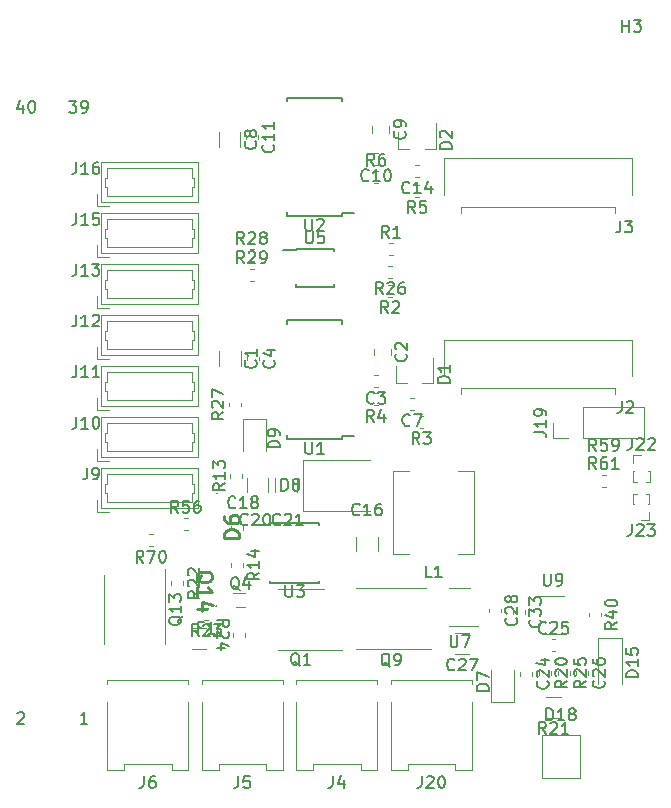
<source format=gbr>
G04 #@! TF.GenerationSoftware,KiCad,Pcbnew,(5.1.6)-1*
G04 #@! TF.CreationDate,2021-04-23T11:59:38+02:00*
G04 #@! TF.ProjectId,rysboard,72797362-6f61-4726-942e-6b696361645f,4.2*
G04 #@! TF.SameCoordinates,Original*
G04 #@! TF.FileFunction,Legend,Top*
G04 #@! TF.FilePolarity,Positive*
%FSLAX46Y46*%
G04 Gerber Fmt 4.6, Leading zero omitted, Abs format (unit mm)*
G04 Created by KiCad (PCBNEW (5.1.6)-1) date 2021-04-23 11:59:38*
%MOMM*%
%LPD*%
G01*
G04 APERTURE LIST*
%ADD10C,0.120000*%
%ADD11C,0.150000*%
%ADD12C,0.200000*%
%ADD13C,0.100000*%
%ADD14C,0.254000*%
G04 APERTURE END LIST*
D10*
X123410000Y-129050000D02*
X123410000Y-125450000D01*
X123310000Y-129050000D02*
X123410000Y-129050000D01*
X120210000Y-129050000D02*
X123310000Y-129050000D01*
X120210000Y-125450000D02*
X120210000Y-129050000D01*
X123410000Y-125450000D02*
X120210000Y-125450000D01*
X112356000Y-116260000D02*
X114806000Y-116260000D01*
X114156000Y-113040000D02*
X112356000Y-113040000D01*
X113385000Y-96605000D02*
X113405000Y-96605000D01*
X113385000Y-96105000D02*
X113385000Y-96605000D01*
X126415000Y-96105000D02*
X113385000Y-96105000D01*
X126415000Y-96605000D02*
X126415000Y-96105000D01*
X126395000Y-96605000D02*
X126415000Y-96605000D01*
X111965000Y-92015000D02*
X111965000Y-95090000D01*
X127835000Y-92015000D02*
X111965000Y-92015000D01*
X127835000Y-95090000D02*
X127835000Y-92015000D01*
X113100000Y-103100000D02*
X114450000Y-103100000D01*
X114450000Y-103100000D02*
X114450000Y-110100000D01*
X114450000Y-110100000D02*
X113100000Y-110100000D01*
X109000000Y-110100000D02*
X107650000Y-110100000D01*
X107650000Y-110100000D02*
X107650000Y-103100000D01*
X107650000Y-103100000D02*
X109000000Y-103100000D01*
X106330000Y-109902064D02*
X106330000Y-108697936D01*
X104510000Y-109902064D02*
X104510000Y-108697936D01*
X113385000Y-81220000D02*
X113405000Y-81220000D01*
X113385000Y-80720000D02*
X113385000Y-81220000D01*
X126415000Y-80720000D02*
X113385000Y-80720000D01*
X126415000Y-81220000D02*
X126415000Y-80720000D01*
X126395000Y-81220000D02*
X126415000Y-81220000D01*
X111965000Y-76630000D02*
X111965000Y-79705000D01*
X127835000Y-76630000D02*
X111965000Y-76630000D01*
X127835000Y-79705000D02*
X127835000Y-76630000D01*
D11*
X97181000Y-107657000D02*
X95881000Y-107657000D01*
X97181000Y-112607000D02*
X101331000Y-112607000D01*
X97181000Y-107457000D02*
X101331000Y-107457000D01*
X97181000Y-112607000D02*
X97181000Y-112407000D01*
X101331000Y-112607000D02*
X101331000Y-112407000D01*
X101331000Y-107457000D02*
X101331000Y-107657000D01*
X97181000Y-107457000D02*
X97181000Y-107657000D01*
D10*
X99950000Y-102150000D02*
X105650000Y-102150000D01*
X99950000Y-106450000D02*
X105650000Y-106450000D01*
X99950000Y-102150000D02*
X99950000Y-106450000D01*
D11*
X103275000Y-81250000D02*
X104350000Y-81250000D01*
X103275000Y-71474200D02*
X98625000Y-71474200D01*
X103275000Y-81475000D02*
X98625000Y-81475000D01*
X103275000Y-71474200D02*
X103275000Y-71799200D01*
X98625000Y-71474200D02*
X98625000Y-71799200D01*
X98625000Y-81475000D02*
X98625000Y-81150000D01*
X103275000Y-81475000D02*
X103275000Y-81250000D01*
X103275000Y-100125000D02*
X104350000Y-100125000D01*
X103275000Y-90349200D02*
X98625000Y-90349200D01*
X103275000Y-100350000D02*
X98625000Y-100350000D01*
X103275000Y-90349200D02*
X103275000Y-90674200D01*
X98625000Y-90349200D02*
X98625000Y-90674200D01*
X98625000Y-100350000D02*
X98625000Y-100025000D01*
X103275000Y-100350000D02*
X103275000Y-100125000D01*
D10*
X82592000Y-106540000D02*
X83592000Y-106540000D01*
X82592000Y-106540000D02*
X82592000Y-105540000D01*
X90592000Y-103340000D02*
X86992000Y-103340000D01*
X90592000Y-104190000D02*
X90592000Y-103340000D01*
X90792000Y-104190000D02*
X90592000Y-104190000D01*
X90792000Y-104990000D02*
X90792000Y-104190000D01*
X90592000Y-104990000D02*
X90792000Y-104990000D01*
X90592000Y-105740000D02*
X90592000Y-104990000D01*
X86992000Y-105740000D02*
X90592000Y-105740000D01*
X83392000Y-103340000D02*
X86992000Y-103340000D01*
X83392000Y-104190000D02*
X83392000Y-103340000D01*
X83192000Y-104190000D02*
X83392000Y-104190000D01*
X83192000Y-104990000D02*
X83192000Y-104190000D01*
X83392000Y-104990000D02*
X83192000Y-104990000D01*
X83392000Y-105740000D02*
X83392000Y-104990000D01*
X86992000Y-105740000D02*
X83392000Y-105740000D01*
X91102000Y-102830000D02*
X82882000Y-102830000D01*
X91102000Y-106250000D02*
X91102000Y-102830000D01*
X82882000Y-106250000D02*
X91102000Y-106250000D01*
X82882000Y-102830000D02*
X82882000Y-106250000D01*
X82592000Y-80632000D02*
X83592000Y-80632000D01*
X82592000Y-80632000D02*
X82592000Y-79632000D01*
X90592000Y-77432000D02*
X86992000Y-77432000D01*
X90592000Y-78282000D02*
X90592000Y-77432000D01*
X90792000Y-78282000D02*
X90592000Y-78282000D01*
X90792000Y-79082000D02*
X90792000Y-78282000D01*
X90592000Y-79082000D02*
X90792000Y-79082000D01*
X90592000Y-79832000D02*
X90592000Y-79082000D01*
X86992000Y-79832000D02*
X90592000Y-79832000D01*
X83392000Y-77432000D02*
X86992000Y-77432000D01*
X83392000Y-78282000D02*
X83392000Y-77432000D01*
X83192000Y-78282000D02*
X83392000Y-78282000D01*
X83192000Y-79082000D02*
X83192000Y-78282000D01*
X83392000Y-79082000D02*
X83192000Y-79082000D01*
X83392000Y-79832000D02*
X83392000Y-79082000D01*
X86992000Y-79832000D02*
X83392000Y-79832000D01*
X91102000Y-76922000D02*
X82882000Y-76922000D01*
X91102000Y-80342000D02*
X91102000Y-76922000D01*
X82882000Y-80342000D02*
X91102000Y-80342000D01*
X82882000Y-76922000D02*
X82882000Y-80342000D01*
X82592000Y-84950000D02*
X83592000Y-84950000D01*
X82592000Y-84950000D02*
X82592000Y-83950000D01*
X90592000Y-81750000D02*
X86992000Y-81750000D01*
X90592000Y-82600000D02*
X90592000Y-81750000D01*
X90792000Y-82600000D02*
X90592000Y-82600000D01*
X90792000Y-83400000D02*
X90792000Y-82600000D01*
X90592000Y-83400000D02*
X90792000Y-83400000D01*
X90592000Y-84150000D02*
X90592000Y-83400000D01*
X86992000Y-84150000D02*
X90592000Y-84150000D01*
X83392000Y-81750000D02*
X86992000Y-81750000D01*
X83392000Y-82600000D02*
X83392000Y-81750000D01*
X83192000Y-82600000D02*
X83392000Y-82600000D01*
X83192000Y-83400000D02*
X83192000Y-82600000D01*
X83392000Y-83400000D02*
X83192000Y-83400000D01*
X83392000Y-84150000D02*
X83392000Y-83400000D01*
X86992000Y-84150000D02*
X83392000Y-84150000D01*
X91102000Y-81240000D02*
X82882000Y-81240000D01*
X91102000Y-84660000D02*
X91102000Y-81240000D01*
X82882000Y-84660000D02*
X91102000Y-84660000D01*
X82882000Y-81240000D02*
X82882000Y-84660000D01*
X82592000Y-89268000D02*
X83592000Y-89268000D01*
X82592000Y-89268000D02*
X82592000Y-88268000D01*
X90592000Y-86068000D02*
X86992000Y-86068000D01*
X90592000Y-86918000D02*
X90592000Y-86068000D01*
X90792000Y-86918000D02*
X90592000Y-86918000D01*
X90792000Y-87718000D02*
X90792000Y-86918000D01*
X90592000Y-87718000D02*
X90792000Y-87718000D01*
X90592000Y-88468000D02*
X90592000Y-87718000D01*
X86992000Y-88468000D02*
X90592000Y-88468000D01*
X83392000Y-86068000D02*
X86992000Y-86068000D01*
X83392000Y-86918000D02*
X83392000Y-86068000D01*
X83192000Y-86918000D02*
X83392000Y-86918000D01*
X83192000Y-87718000D02*
X83192000Y-86918000D01*
X83392000Y-87718000D02*
X83192000Y-87718000D01*
X83392000Y-88468000D02*
X83392000Y-87718000D01*
X86992000Y-88468000D02*
X83392000Y-88468000D01*
X91102000Y-85558000D02*
X82882000Y-85558000D01*
X91102000Y-88978000D02*
X91102000Y-85558000D01*
X82882000Y-88978000D02*
X91102000Y-88978000D01*
X82882000Y-85558000D02*
X82882000Y-88978000D01*
X82592000Y-93586000D02*
X83592000Y-93586000D01*
X82592000Y-93586000D02*
X82592000Y-92586000D01*
X90592000Y-90386000D02*
X86992000Y-90386000D01*
X90592000Y-91236000D02*
X90592000Y-90386000D01*
X90792000Y-91236000D02*
X90592000Y-91236000D01*
X90792000Y-92036000D02*
X90792000Y-91236000D01*
X90592000Y-92036000D02*
X90792000Y-92036000D01*
X90592000Y-92786000D02*
X90592000Y-92036000D01*
X86992000Y-92786000D02*
X90592000Y-92786000D01*
X83392000Y-90386000D02*
X86992000Y-90386000D01*
X83392000Y-91236000D02*
X83392000Y-90386000D01*
X83192000Y-91236000D02*
X83392000Y-91236000D01*
X83192000Y-92036000D02*
X83192000Y-91236000D01*
X83392000Y-92036000D02*
X83192000Y-92036000D01*
X83392000Y-92786000D02*
X83392000Y-92036000D01*
X86992000Y-92786000D02*
X83392000Y-92786000D01*
X91102000Y-89876000D02*
X82882000Y-89876000D01*
X91102000Y-93296000D02*
X91102000Y-89876000D01*
X82882000Y-93296000D02*
X91102000Y-93296000D01*
X82882000Y-89876000D02*
X82882000Y-93296000D01*
X82592000Y-97904000D02*
X83592000Y-97904000D01*
X82592000Y-97904000D02*
X82592000Y-96904000D01*
X90592000Y-94704000D02*
X86992000Y-94704000D01*
X90592000Y-95554000D02*
X90592000Y-94704000D01*
X90792000Y-95554000D02*
X90592000Y-95554000D01*
X90792000Y-96354000D02*
X90792000Y-95554000D01*
X90592000Y-96354000D02*
X90792000Y-96354000D01*
X90592000Y-97104000D02*
X90592000Y-96354000D01*
X86992000Y-97104000D02*
X90592000Y-97104000D01*
X83392000Y-94704000D02*
X86992000Y-94704000D01*
X83392000Y-95554000D02*
X83392000Y-94704000D01*
X83192000Y-95554000D02*
X83392000Y-95554000D01*
X83192000Y-96354000D02*
X83192000Y-95554000D01*
X83392000Y-96354000D02*
X83192000Y-96354000D01*
X83392000Y-97104000D02*
X83392000Y-96354000D01*
X86992000Y-97104000D02*
X83392000Y-97104000D01*
X91102000Y-94194000D02*
X82882000Y-94194000D01*
X91102000Y-97614000D02*
X91102000Y-94194000D01*
X82882000Y-97614000D02*
X91102000Y-97614000D01*
X82882000Y-94194000D02*
X82882000Y-97614000D01*
X82592000Y-102222000D02*
X83592000Y-102222000D01*
X82592000Y-102222000D02*
X82592000Y-101222000D01*
X90592000Y-99022000D02*
X86992000Y-99022000D01*
X90592000Y-99872000D02*
X90592000Y-99022000D01*
X90792000Y-99872000D02*
X90592000Y-99872000D01*
X90792000Y-100672000D02*
X90792000Y-99872000D01*
X90592000Y-100672000D02*
X90792000Y-100672000D01*
X90592000Y-101422000D02*
X90592000Y-100672000D01*
X86992000Y-101422000D02*
X90592000Y-101422000D01*
X83392000Y-99022000D02*
X86992000Y-99022000D01*
X83392000Y-99872000D02*
X83392000Y-99022000D01*
X83192000Y-99872000D02*
X83392000Y-99872000D01*
X83192000Y-100672000D02*
X83192000Y-99872000D01*
X83392000Y-100672000D02*
X83192000Y-100672000D01*
X83392000Y-101422000D02*
X83392000Y-100672000D01*
X86992000Y-101422000D02*
X83392000Y-101422000D01*
X91102000Y-98512000D02*
X82882000Y-98512000D01*
X91102000Y-101932000D02*
X91102000Y-98512000D01*
X82882000Y-101932000D02*
X91102000Y-101932000D01*
X82882000Y-98512000D02*
X82882000Y-101932000D01*
X97640000Y-103697936D02*
X97640000Y-104902064D01*
X99460000Y-103697936D02*
X99460000Y-104902064D01*
X95240000Y-103697936D02*
X95240000Y-104902064D01*
X97060000Y-103697936D02*
X97060000Y-104902064D01*
X94910000Y-108062779D02*
X94910000Y-107737221D01*
X93890000Y-108062779D02*
X93890000Y-107737221D01*
X99421000Y-128380000D02*
X99421000Y-122620000D01*
X100841000Y-128380000D02*
X99421000Y-128380000D01*
X100841000Y-127880000D02*
X100841000Y-128380000D01*
X104871000Y-127880000D02*
X100841000Y-127880000D01*
X104871000Y-128380000D02*
X104871000Y-127880000D01*
X106291000Y-128380000D02*
X104871000Y-128380000D01*
X106291000Y-122620000D02*
X106291000Y-128380000D01*
X99421000Y-120790000D02*
X99421000Y-121100000D01*
X106291000Y-120790000D02*
X99421000Y-120790000D01*
X106291000Y-121100000D02*
X106291000Y-120790000D01*
X91421000Y-128380000D02*
X91421000Y-122620000D01*
X92841000Y-128380000D02*
X91421000Y-128380000D01*
X92841000Y-127880000D02*
X92841000Y-128380000D01*
X96871000Y-127880000D02*
X92841000Y-127880000D01*
X96871000Y-128380000D02*
X96871000Y-127880000D01*
X98291000Y-128380000D02*
X96871000Y-128380000D01*
X98291000Y-122620000D02*
X98291000Y-128380000D01*
X91421000Y-120790000D02*
X91421000Y-121100000D01*
X98291000Y-120790000D02*
X91421000Y-120790000D01*
X98291000Y-121100000D02*
X98291000Y-120790000D01*
X83421000Y-128380000D02*
X83421000Y-122620000D01*
X84841000Y-128380000D02*
X83421000Y-128380000D01*
X84841000Y-127880000D02*
X84841000Y-128380000D01*
X88871000Y-127880000D02*
X84841000Y-127880000D01*
X88871000Y-128380000D02*
X88871000Y-127880000D01*
X90291000Y-128380000D02*
X88871000Y-128380000D01*
X90291000Y-122620000D02*
X90291000Y-128380000D01*
X83421000Y-120790000D02*
X83421000Y-121100000D01*
X90291000Y-120790000D02*
X83421000Y-120790000D01*
X90291000Y-121100000D02*
X90291000Y-120790000D01*
X107421000Y-128380000D02*
X107421000Y-122620000D01*
X108841000Y-128380000D02*
X107421000Y-128380000D01*
X108841000Y-127880000D02*
X108841000Y-128380000D01*
X112871000Y-127880000D02*
X108841000Y-127880000D01*
X112871000Y-128380000D02*
X112871000Y-127880000D01*
X114291000Y-128380000D02*
X112871000Y-128380000D01*
X114291000Y-122620000D02*
X114291000Y-128380000D01*
X107421000Y-120790000D02*
X107421000Y-121100000D01*
X114291000Y-120790000D02*
X107421000Y-120790000D01*
X114291000Y-121100000D02*
X114291000Y-120790000D01*
X92880000Y-92967936D02*
X92880000Y-94172064D01*
X94700000Y-92967936D02*
X94700000Y-94172064D01*
X105980000Y-92751422D02*
X105980000Y-93268578D01*
X107400000Y-92751422D02*
X107400000Y-93268578D01*
X106322779Y-95000000D02*
X105997221Y-95000000D01*
X106322779Y-96020000D02*
X105997221Y-96020000D01*
X95230000Y-93407221D02*
X95230000Y-93732779D01*
X96250000Y-93407221D02*
X96250000Y-93732779D01*
X109362779Y-96900000D02*
X109037221Y-96900000D01*
X109362779Y-97920000D02*
X109037221Y-97920000D01*
X92860000Y-74417936D02*
X92860000Y-75622064D01*
X94680000Y-74417936D02*
X94680000Y-75622064D01*
X105870000Y-73921422D02*
X105870000Y-74438578D01*
X107290000Y-73921422D02*
X107290000Y-74438578D01*
X106342779Y-76160000D02*
X106017221Y-76160000D01*
X106342779Y-77180000D02*
X106017221Y-77180000D01*
X95150000Y-74677221D02*
X95150000Y-75002779D01*
X96170000Y-74677221D02*
X96170000Y-75002779D01*
X109812779Y-77200000D02*
X109487221Y-77200000D01*
X109812779Y-78220000D02*
X109487221Y-78220000D01*
X118390000Y-120087221D02*
X118390000Y-120412779D01*
X119410000Y-120087221D02*
X119410000Y-120412779D01*
X121037221Y-118360000D02*
X121362779Y-118360000D01*
X121037221Y-117340000D02*
X121362779Y-117340000D01*
X123140000Y-120037221D02*
X123140000Y-120362779D01*
X124160000Y-120037221D02*
X124160000Y-120362779D01*
X115740000Y-114737221D02*
X115740000Y-115062779D01*
X116760000Y-114737221D02*
X116760000Y-115062779D01*
X117740000Y-114878733D02*
X117740000Y-115221267D01*
X118760000Y-114878733D02*
X118760000Y-115221267D01*
X107870000Y-95660000D02*
X107870000Y-94200000D01*
X111030000Y-95660000D02*
X111030000Y-93500000D01*
X111030000Y-95660000D02*
X110100000Y-95660000D01*
X107870000Y-95660000D02*
X108800000Y-95660000D01*
X108050000Y-75820000D02*
X108050000Y-74360000D01*
X111210000Y-75820000D02*
X111210000Y-73660000D01*
X111210000Y-75820000D02*
X110280000Y-75820000D01*
X108050000Y-75820000D02*
X108980000Y-75820000D01*
D12*
X92708000Y-104986000D02*
G75*
G03*
X92708000Y-104986000I-10000J0D01*
G01*
D10*
X117860000Y-122635000D02*
X117860000Y-119950000D01*
X115940000Y-122635000D02*
X117860000Y-122635000D01*
X115940000Y-119950000D02*
X115940000Y-122635000D01*
X127000000Y-117250000D02*
X127000000Y-121100000D01*
X125000000Y-117250000D02*
X125000000Y-121100000D01*
X127000000Y-117250000D02*
X125000000Y-117250000D01*
X90591936Y-118168000D02*
X91796064Y-118168000D01*
X90591936Y-116348000D02*
X91796064Y-116348000D01*
X121120000Y-100330000D02*
X121120000Y-99000000D01*
X122450000Y-100330000D02*
X121120000Y-100330000D01*
X123720000Y-100330000D02*
X123720000Y-97670000D01*
X123720000Y-97670000D02*
X128860000Y-97670000D01*
X123720000Y-100330000D02*
X128860000Y-100330000D01*
X128860000Y-100330000D02*
X128860000Y-97670000D01*
X99806000Y-118210000D02*
X103256000Y-118210000D01*
X99806000Y-118210000D02*
X97856000Y-118210000D01*
X99806000Y-113090000D02*
X101756000Y-113090000D01*
X99806000Y-113090000D02*
X97856000Y-113090000D01*
X95100000Y-114650000D02*
X94300000Y-114650000D01*
X95100000Y-113450000D02*
X94100000Y-113450000D01*
X110401000Y-113030000D02*
X104511000Y-113030000D01*
X110856000Y-118170000D02*
X104511000Y-118170000D01*
X83144000Y-111873000D02*
X83144000Y-117763000D01*
X88284000Y-111418000D02*
X88284000Y-117763000D01*
D13*
X92600000Y-114550000D02*
X92600000Y-114550000D01*
X92600000Y-114450000D02*
X92600000Y-114450000D01*
X92600000Y-114550000D02*
G75*
G02*
X92600000Y-114450000I0J50000D01*
G01*
X92600000Y-114450000D02*
G75*
G02*
X92600000Y-114550000I0J-50000D01*
G01*
D10*
X107267221Y-84820000D02*
X107592779Y-84820000D01*
X107267221Y-83800000D02*
X107592779Y-83800000D01*
X107532779Y-87310000D02*
X107207221Y-87310000D01*
X107532779Y-88330000D02*
X107207221Y-88330000D01*
X110182779Y-98420000D02*
X109857221Y-98420000D01*
X110182779Y-99440000D02*
X109857221Y-99440000D01*
X106322779Y-96520000D02*
X105997221Y-96520000D01*
X106322779Y-97540000D02*
X105997221Y-97540000D01*
X109812779Y-78840000D02*
X109487221Y-78840000D01*
X109812779Y-79860000D02*
X109487221Y-79860000D01*
X106017221Y-78730000D02*
X106342779Y-78730000D01*
X106017221Y-77710000D02*
X106342779Y-77710000D01*
X94860000Y-103662779D02*
X94860000Y-103337221D01*
X93840000Y-103662779D02*
X93840000Y-103337221D01*
X93890000Y-110887221D02*
X93890000Y-111212779D01*
X94910000Y-110887221D02*
X94910000Y-111212779D01*
X119940000Y-120037221D02*
X119940000Y-120362779D01*
X120960000Y-120037221D02*
X120960000Y-120362779D01*
X121802064Y-122190000D02*
X120597936Y-122190000D01*
X121802064Y-124010000D02*
X120597936Y-124010000D01*
X88834000Y-112445221D02*
X88834000Y-112770779D01*
X89854000Y-112445221D02*
X89854000Y-112770779D01*
X91962779Y-114690000D02*
X91637221Y-114690000D01*
X91962779Y-115710000D02*
X91637221Y-115710000D01*
X95110000Y-117112779D02*
X95110000Y-116787221D01*
X94090000Y-117112779D02*
X94090000Y-116787221D01*
X121540000Y-120037221D02*
X121540000Y-120362779D01*
X122560000Y-120037221D02*
X122560000Y-120362779D01*
X107542779Y-85720000D02*
X107217221Y-85720000D01*
X107542779Y-86740000D02*
X107217221Y-86740000D01*
X95477221Y-85350000D02*
X95802779Y-85350000D01*
X95477221Y-84330000D02*
X95802779Y-84330000D01*
X95487221Y-86990000D02*
X95812779Y-86990000D01*
X95487221Y-85970000D02*
X95812779Y-85970000D01*
X124190000Y-115087221D02*
X124190000Y-115412779D01*
X125210000Y-115087221D02*
X125210000Y-115412779D01*
X89897221Y-108100000D02*
X90222779Y-108100000D01*
X89897221Y-107080000D02*
X90222779Y-107080000D01*
X125297221Y-102870000D02*
X125622779Y-102870000D01*
X125297221Y-101850000D02*
X125622779Y-101850000D01*
X125287221Y-104420000D02*
X125612779Y-104420000D01*
X125287221Y-103400000D02*
X125612779Y-103400000D01*
X87284779Y-108456000D02*
X86959221Y-108456000D01*
X87284779Y-109476000D02*
X86959221Y-109476000D01*
D11*
X99375000Y-84400000D02*
X98300000Y-84400000D01*
X99375000Y-87525000D02*
X102625000Y-87525000D01*
X99375000Y-84275000D02*
X102625000Y-84275000D01*
X99375000Y-87525000D02*
X99375000Y-87300000D01*
X102625000Y-87525000D02*
X102625000Y-87300000D01*
X102625000Y-84275000D02*
X102625000Y-84500000D01*
X99375000Y-84275000D02*
X99375000Y-84400000D01*
D10*
X122050000Y-113640000D02*
X119600000Y-113640000D01*
X120250000Y-116860000D02*
X122050000Y-116860000D01*
X114058064Y-116790000D02*
X112853936Y-116790000D01*
X114058064Y-118610000D02*
X112853936Y-118610000D01*
X94950000Y-98675000D02*
X94950000Y-101360000D01*
X96870000Y-98675000D02*
X94950000Y-98675000D01*
X96870000Y-101360000D02*
X96870000Y-98675000D01*
X94740000Y-97622779D02*
X94740000Y-97297221D01*
X93720000Y-97622779D02*
X93720000Y-97297221D01*
X127940001Y-101740001D02*
X128635001Y-101740001D01*
X127940001Y-102425001D02*
X127940001Y-101740001D01*
X129243277Y-103110001D02*
X129330001Y-103110001D01*
X127940001Y-103110001D02*
X128026725Y-103110001D01*
X129330001Y-103110001D02*
X129330001Y-103985001D01*
X127940001Y-103110001D02*
X127940001Y-103985001D01*
X129029494Y-103985001D02*
X129330001Y-103985001D01*
X127940001Y-103985001D02*
X128240508Y-103985001D01*
X129325000Y-107255000D02*
X128630000Y-107255000D01*
X129325000Y-106570000D02*
X129325000Y-107255000D01*
X128021724Y-105885000D02*
X127935000Y-105885000D01*
X129325000Y-105885000D02*
X129238276Y-105885000D01*
X127935000Y-105885000D02*
X127935000Y-105010000D01*
X129325000Y-105885000D02*
X129325000Y-105010000D01*
X128235507Y-105010000D02*
X127935000Y-105010000D01*
X129325000Y-105010000D02*
X129024493Y-105010000D01*
D11*
X120595714Y-124202380D02*
X120595714Y-123202380D01*
X120833809Y-123202380D01*
X120976666Y-123250000D01*
X121071904Y-123345238D01*
X121119523Y-123440476D01*
X121167142Y-123630952D01*
X121167142Y-123773809D01*
X121119523Y-123964285D01*
X121071904Y-124059523D01*
X120976666Y-124154761D01*
X120833809Y-124202380D01*
X120595714Y-124202380D01*
X122119523Y-124202380D02*
X121548095Y-124202380D01*
X121833809Y-124202380D02*
X121833809Y-123202380D01*
X121738571Y-123345238D01*
X121643333Y-123440476D01*
X121548095Y-123488095D01*
X122690952Y-123630952D02*
X122595714Y-123583333D01*
X122548095Y-123535714D01*
X122500476Y-123440476D01*
X122500476Y-123392857D01*
X122548095Y-123297619D01*
X122595714Y-123250000D01*
X122690952Y-123202380D01*
X122881428Y-123202380D01*
X122976666Y-123250000D01*
X123024285Y-123297619D01*
X123071904Y-123392857D01*
X123071904Y-123440476D01*
X123024285Y-123535714D01*
X122976666Y-123583333D01*
X122881428Y-123630952D01*
X122690952Y-123630952D01*
X122595714Y-123678571D01*
X122548095Y-123726190D01*
X122500476Y-123821428D01*
X122500476Y-124011904D01*
X122548095Y-124107142D01*
X122595714Y-124154761D01*
X122690952Y-124202380D01*
X122881428Y-124202380D01*
X122976666Y-124154761D01*
X123024285Y-124107142D01*
X123071904Y-124011904D01*
X123071904Y-123821428D01*
X123024285Y-123726190D01*
X122976666Y-123678571D01*
X122881428Y-123630952D01*
X112494095Y-117002380D02*
X112494095Y-117811904D01*
X112541714Y-117907142D01*
X112589333Y-117954761D01*
X112684571Y-118002380D01*
X112875047Y-118002380D01*
X112970285Y-117954761D01*
X113017904Y-117907142D01*
X113065523Y-117811904D01*
X113065523Y-117002380D01*
X113446476Y-117002380D02*
X114113142Y-117002380D01*
X113684571Y-118002380D01*
X126966666Y-97177380D02*
X126966666Y-97891666D01*
X126919047Y-98034523D01*
X126823809Y-98129761D01*
X126680952Y-98177380D01*
X126585714Y-98177380D01*
X127395238Y-97272619D02*
X127442857Y-97225000D01*
X127538095Y-97177380D01*
X127776190Y-97177380D01*
X127871428Y-97225000D01*
X127919047Y-97272619D01*
X127966666Y-97367857D01*
X127966666Y-97463095D01*
X127919047Y-97605952D01*
X127347619Y-98177380D01*
X127966666Y-98177380D01*
X110883333Y-112102380D02*
X110407142Y-112102380D01*
X110407142Y-111102380D01*
X111740476Y-112102380D02*
X111169047Y-112102380D01*
X111454761Y-112102380D02*
X111454761Y-111102380D01*
X111359523Y-111245238D01*
X111264285Y-111340476D01*
X111169047Y-111388095D01*
X104777142Y-106757142D02*
X104729523Y-106804761D01*
X104586666Y-106852380D01*
X104491428Y-106852380D01*
X104348571Y-106804761D01*
X104253333Y-106709523D01*
X104205714Y-106614285D01*
X104158095Y-106423809D01*
X104158095Y-106280952D01*
X104205714Y-106090476D01*
X104253333Y-105995238D01*
X104348571Y-105900000D01*
X104491428Y-105852380D01*
X104586666Y-105852380D01*
X104729523Y-105900000D01*
X104777142Y-105947619D01*
X105729523Y-106852380D02*
X105158095Y-106852380D01*
X105443809Y-106852380D02*
X105443809Y-105852380D01*
X105348571Y-105995238D01*
X105253333Y-106090476D01*
X105158095Y-106138095D01*
X106586666Y-105852380D02*
X106396190Y-105852380D01*
X106300952Y-105900000D01*
X106253333Y-105947619D01*
X106158095Y-106090476D01*
X106110476Y-106280952D01*
X106110476Y-106661904D01*
X106158095Y-106757142D01*
X106205714Y-106804761D01*
X106300952Y-106852380D01*
X106491428Y-106852380D01*
X106586666Y-106804761D01*
X106634285Y-106757142D01*
X106681904Y-106661904D01*
X106681904Y-106423809D01*
X106634285Y-106328571D01*
X106586666Y-106280952D01*
X106491428Y-106233333D01*
X106300952Y-106233333D01*
X106205714Y-106280952D01*
X106158095Y-106328571D01*
X106110476Y-106423809D01*
X126866666Y-81892380D02*
X126866666Y-82606666D01*
X126819047Y-82749523D01*
X126723809Y-82844761D01*
X126580952Y-82892380D01*
X126485714Y-82892380D01*
X127247619Y-81892380D02*
X127866666Y-81892380D01*
X127533333Y-82273333D01*
X127676190Y-82273333D01*
X127771428Y-82320952D01*
X127819047Y-82368571D01*
X127866666Y-82463809D01*
X127866666Y-82701904D01*
X127819047Y-82797142D01*
X127771428Y-82844761D01*
X127676190Y-82892380D01*
X127390476Y-82892380D01*
X127295238Y-82844761D01*
X127247619Y-82797142D01*
X98494095Y-112762380D02*
X98494095Y-113571904D01*
X98541714Y-113667142D01*
X98589333Y-113714761D01*
X98684571Y-113762380D01*
X98875047Y-113762380D01*
X98970285Y-113714761D01*
X99017904Y-113667142D01*
X99065523Y-113571904D01*
X99065523Y-112762380D01*
X99446476Y-112762380D02*
X100065523Y-112762380D01*
X99732190Y-113143333D01*
X99875047Y-113143333D01*
X99970285Y-113190952D01*
X100017904Y-113238571D01*
X100065523Y-113333809D01*
X100065523Y-113571904D01*
X100017904Y-113667142D01*
X99970285Y-113714761D01*
X99875047Y-113762380D01*
X99589333Y-113762380D01*
X99494095Y-113714761D01*
X99446476Y-113667142D01*
X98161904Y-104752380D02*
X98161904Y-103752380D01*
X98400000Y-103752380D01*
X98542857Y-103800000D01*
X98638095Y-103895238D01*
X98685714Y-103990476D01*
X98733333Y-104180952D01*
X98733333Y-104323809D01*
X98685714Y-104514285D01*
X98638095Y-104609523D01*
X98542857Y-104704761D01*
X98400000Y-104752380D01*
X98161904Y-104752380D01*
X99304761Y-104180952D02*
X99209523Y-104133333D01*
X99161904Y-104085714D01*
X99114285Y-103990476D01*
X99114285Y-103942857D01*
X99161904Y-103847619D01*
X99209523Y-103800000D01*
X99304761Y-103752380D01*
X99495238Y-103752380D01*
X99590476Y-103800000D01*
X99638095Y-103847619D01*
X99685714Y-103942857D01*
X99685714Y-103990476D01*
X99638095Y-104085714D01*
X99590476Y-104133333D01*
X99495238Y-104180952D01*
X99304761Y-104180952D01*
X99209523Y-104228571D01*
X99161904Y-104276190D01*
X99114285Y-104371428D01*
X99114285Y-104561904D01*
X99161904Y-104657142D01*
X99209523Y-104704761D01*
X99304761Y-104752380D01*
X99495238Y-104752380D01*
X99590476Y-104704761D01*
X99638095Y-104657142D01*
X99685714Y-104561904D01*
X99685714Y-104371428D01*
X99638095Y-104276190D01*
X99590476Y-104228571D01*
X99495238Y-104180952D01*
X100188095Y-81752380D02*
X100188095Y-82561904D01*
X100235714Y-82657142D01*
X100283333Y-82704761D01*
X100378571Y-82752380D01*
X100569047Y-82752380D01*
X100664285Y-82704761D01*
X100711904Y-82657142D01*
X100759523Y-82561904D01*
X100759523Y-81752380D01*
X101188095Y-81847619D02*
X101235714Y-81800000D01*
X101330952Y-81752380D01*
X101569047Y-81752380D01*
X101664285Y-81800000D01*
X101711904Y-81847619D01*
X101759523Y-81942857D01*
X101759523Y-82038095D01*
X101711904Y-82180952D01*
X101140476Y-82752380D01*
X101759523Y-82752380D01*
X100188095Y-100652380D02*
X100188095Y-101461904D01*
X100235714Y-101557142D01*
X100283333Y-101604761D01*
X100378571Y-101652380D01*
X100569047Y-101652380D01*
X100664285Y-101604761D01*
X100711904Y-101557142D01*
X100759523Y-101461904D01*
X100759523Y-100652380D01*
X101759523Y-101652380D02*
X101188095Y-101652380D01*
X101473809Y-101652380D02*
X101473809Y-100652380D01*
X101378571Y-100795238D01*
X101283333Y-100890476D01*
X101188095Y-100938095D01*
X81716666Y-102802380D02*
X81716666Y-103516666D01*
X81669047Y-103659523D01*
X81573809Y-103754761D01*
X81430952Y-103802380D01*
X81335714Y-103802380D01*
X82240476Y-103802380D02*
X82430952Y-103802380D01*
X82526190Y-103754761D01*
X82573809Y-103707142D01*
X82669047Y-103564285D01*
X82716666Y-103373809D01*
X82716666Y-102992857D01*
X82669047Y-102897619D01*
X82621428Y-102850000D01*
X82526190Y-102802380D01*
X82335714Y-102802380D01*
X82240476Y-102850000D01*
X82192857Y-102897619D01*
X82145238Y-102992857D01*
X82145238Y-103230952D01*
X82192857Y-103326190D01*
X82240476Y-103373809D01*
X82335714Y-103421428D01*
X82526190Y-103421428D01*
X82621428Y-103373809D01*
X82669047Y-103326190D01*
X82716666Y-103230952D01*
X80790476Y-76952380D02*
X80790476Y-77666666D01*
X80742857Y-77809523D01*
X80647619Y-77904761D01*
X80504761Y-77952380D01*
X80409523Y-77952380D01*
X81790476Y-77952380D02*
X81219047Y-77952380D01*
X81504761Y-77952380D02*
X81504761Y-76952380D01*
X81409523Y-77095238D01*
X81314285Y-77190476D01*
X81219047Y-77238095D01*
X82647619Y-76952380D02*
X82457142Y-76952380D01*
X82361904Y-77000000D01*
X82314285Y-77047619D01*
X82219047Y-77190476D01*
X82171428Y-77380952D01*
X82171428Y-77761904D01*
X82219047Y-77857142D01*
X82266666Y-77904761D01*
X82361904Y-77952380D01*
X82552380Y-77952380D01*
X82647619Y-77904761D01*
X82695238Y-77857142D01*
X82742857Y-77761904D01*
X82742857Y-77523809D01*
X82695238Y-77428571D01*
X82647619Y-77380952D01*
X82552380Y-77333333D01*
X82361904Y-77333333D01*
X82266666Y-77380952D01*
X82219047Y-77428571D01*
X82171428Y-77523809D01*
X80790476Y-81252380D02*
X80790476Y-81966666D01*
X80742857Y-82109523D01*
X80647619Y-82204761D01*
X80504761Y-82252380D01*
X80409523Y-82252380D01*
X81790476Y-82252380D02*
X81219047Y-82252380D01*
X81504761Y-82252380D02*
X81504761Y-81252380D01*
X81409523Y-81395238D01*
X81314285Y-81490476D01*
X81219047Y-81538095D01*
X82695238Y-81252380D02*
X82219047Y-81252380D01*
X82171428Y-81728571D01*
X82219047Y-81680952D01*
X82314285Y-81633333D01*
X82552380Y-81633333D01*
X82647619Y-81680952D01*
X82695238Y-81728571D01*
X82742857Y-81823809D01*
X82742857Y-82061904D01*
X82695238Y-82157142D01*
X82647619Y-82204761D01*
X82552380Y-82252380D01*
X82314285Y-82252380D01*
X82219047Y-82204761D01*
X82171428Y-82157142D01*
X80790476Y-85552380D02*
X80790476Y-86266666D01*
X80742857Y-86409523D01*
X80647619Y-86504761D01*
X80504761Y-86552380D01*
X80409523Y-86552380D01*
X81790476Y-86552380D02*
X81219047Y-86552380D01*
X81504761Y-86552380D02*
X81504761Y-85552380D01*
X81409523Y-85695238D01*
X81314285Y-85790476D01*
X81219047Y-85838095D01*
X82123809Y-85552380D02*
X82742857Y-85552380D01*
X82409523Y-85933333D01*
X82552380Y-85933333D01*
X82647619Y-85980952D01*
X82695238Y-86028571D01*
X82742857Y-86123809D01*
X82742857Y-86361904D01*
X82695238Y-86457142D01*
X82647619Y-86504761D01*
X82552380Y-86552380D01*
X82266666Y-86552380D01*
X82171428Y-86504761D01*
X82123809Y-86457142D01*
X80790476Y-89852380D02*
X80790476Y-90566666D01*
X80742857Y-90709523D01*
X80647619Y-90804761D01*
X80504761Y-90852380D01*
X80409523Y-90852380D01*
X81790476Y-90852380D02*
X81219047Y-90852380D01*
X81504761Y-90852380D02*
X81504761Y-89852380D01*
X81409523Y-89995238D01*
X81314285Y-90090476D01*
X81219047Y-90138095D01*
X82171428Y-89947619D02*
X82219047Y-89900000D01*
X82314285Y-89852380D01*
X82552380Y-89852380D01*
X82647619Y-89900000D01*
X82695238Y-89947619D01*
X82742857Y-90042857D01*
X82742857Y-90138095D01*
X82695238Y-90280952D01*
X82123809Y-90852380D01*
X82742857Y-90852380D01*
X80790476Y-94152380D02*
X80790476Y-94866666D01*
X80742857Y-95009523D01*
X80647619Y-95104761D01*
X80504761Y-95152380D01*
X80409523Y-95152380D01*
X81790476Y-95152380D02*
X81219047Y-95152380D01*
X81504761Y-95152380D02*
X81504761Y-94152380D01*
X81409523Y-94295238D01*
X81314285Y-94390476D01*
X81219047Y-94438095D01*
X82742857Y-95152380D02*
X82171428Y-95152380D01*
X82457142Y-95152380D02*
X82457142Y-94152380D01*
X82361904Y-94295238D01*
X82266666Y-94390476D01*
X82171428Y-94438095D01*
X80790476Y-98502380D02*
X80790476Y-99216666D01*
X80742857Y-99359523D01*
X80647619Y-99454761D01*
X80504761Y-99502380D01*
X80409523Y-99502380D01*
X81790476Y-99502380D02*
X81219047Y-99502380D01*
X81504761Y-99502380D02*
X81504761Y-98502380D01*
X81409523Y-98645238D01*
X81314285Y-98740476D01*
X81219047Y-98788095D01*
X82409523Y-98502380D02*
X82504761Y-98502380D01*
X82600000Y-98550000D01*
X82647619Y-98597619D01*
X82695238Y-98692857D01*
X82742857Y-98883333D01*
X82742857Y-99121428D01*
X82695238Y-99311904D01*
X82647619Y-99407142D01*
X82600000Y-99454761D01*
X82504761Y-99502380D01*
X82409523Y-99502380D01*
X82314285Y-99454761D01*
X82266666Y-99407142D01*
X82219047Y-99311904D01*
X82171428Y-99121428D01*
X82171428Y-98883333D01*
X82219047Y-98692857D01*
X82266666Y-98597619D01*
X82314285Y-98550000D01*
X82409523Y-98502380D01*
X81735714Y-124502380D02*
X81164285Y-124502380D01*
X81450000Y-124502380D02*
X81450000Y-123502380D01*
X81354761Y-123645238D01*
X81259523Y-123740476D01*
X81164285Y-123788095D01*
X75814285Y-123597619D02*
X75861904Y-123550000D01*
X75957142Y-123502380D01*
X76195238Y-123502380D01*
X76290476Y-123550000D01*
X76338095Y-123597619D01*
X76385714Y-123692857D01*
X76385714Y-123788095D01*
X76338095Y-123930952D01*
X75766666Y-124502380D01*
X76385714Y-124502380D01*
X80190476Y-71752380D02*
X80809523Y-71752380D01*
X80476190Y-72133333D01*
X80619047Y-72133333D01*
X80714285Y-72180952D01*
X80761904Y-72228571D01*
X80809523Y-72323809D01*
X80809523Y-72561904D01*
X80761904Y-72657142D01*
X80714285Y-72704761D01*
X80619047Y-72752380D01*
X80333333Y-72752380D01*
X80238095Y-72704761D01*
X80190476Y-72657142D01*
X81285714Y-72752380D02*
X81476190Y-72752380D01*
X81571428Y-72704761D01*
X81619047Y-72657142D01*
X81714285Y-72514285D01*
X81761904Y-72323809D01*
X81761904Y-71942857D01*
X81714285Y-71847619D01*
X81666666Y-71800000D01*
X81571428Y-71752380D01*
X81380952Y-71752380D01*
X81285714Y-71800000D01*
X81238095Y-71847619D01*
X81190476Y-71942857D01*
X81190476Y-72180952D01*
X81238095Y-72276190D01*
X81285714Y-72323809D01*
X81380952Y-72371428D01*
X81571428Y-72371428D01*
X81666666Y-72323809D01*
X81714285Y-72276190D01*
X81761904Y-72180952D01*
X76264285Y-72085714D02*
X76264285Y-72752380D01*
X76026190Y-71704761D02*
X75788095Y-72419047D01*
X76407142Y-72419047D01*
X76978571Y-71752380D02*
X77073809Y-71752380D01*
X77169047Y-71800000D01*
X77216666Y-71847619D01*
X77264285Y-71942857D01*
X77311904Y-72133333D01*
X77311904Y-72371428D01*
X77264285Y-72561904D01*
X77216666Y-72657142D01*
X77169047Y-72704761D01*
X77073809Y-72752380D01*
X76978571Y-72752380D01*
X76883333Y-72704761D01*
X76835714Y-72657142D01*
X76788095Y-72561904D01*
X76740476Y-72371428D01*
X76740476Y-72133333D01*
X76788095Y-71942857D01*
X76835714Y-71847619D01*
X76883333Y-71800000D01*
X76978571Y-71752380D01*
X98057142Y-107607142D02*
X98009523Y-107654761D01*
X97866666Y-107702380D01*
X97771428Y-107702380D01*
X97628571Y-107654761D01*
X97533333Y-107559523D01*
X97485714Y-107464285D01*
X97438095Y-107273809D01*
X97438095Y-107130952D01*
X97485714Y-106940476D01*
X97533333Y-106845238D01*
X97628571Y-106750000D01*
X97771428Y-106702380D01*
X97866666Y-106702380D01*
X98009523Y-106750000D01*
X98057142Y-106797619D01*
X98438095Y-106797619D02*
X98485714Y-106750000D01*
X98580952Y-106702380D01*
X98819047Y-106702380D01*
X98914285Y-106750000D01*
X98961904Y-106797619D01*
X99009523Y-106892857D01*
X99009523Y-106988095D01*
X98961904Y-107130952D01*
X98390476Y-107702380D01*
X99009523Y-107702380D01*
X99961904Y-107702380D02*
X99390476Y-107702380D01*
X99676190Y-107702380D02*
X99676190Y-106702380D01*
X99580952Y-106845238D01*
X99485714Y-106940476D01*
X99390476Y-106988095D01*
X95307142Y-107607142D02*
X95259523Y-107654761D01*
X95116666Y-107702380D01*
X95021428Y-107702380D01*
X94878571Y-107654761D01*
X94783333Y-107559523D01*
X94735714Y-107464285D01*
X94688095Y-107273809D01*
X94688095Y-107130952D01*
X94735714Y-106940476D01*
X94783333Y-106845238D01*
X94878571Y-106750000D01*
X95021428Y-106702380D01*
X95116666Y-106702380D01*
X95259523Y-106750000D01*
X95307142Y-106797619D01*
X95688095Y-106797619D02*
X95735714Y-106750000D01*
X95830952Y-106702380D01*
X96069047Y-106702380D01*
X96164285Y-106750000D01*
X96211904Y-106797619D01*
X96259523Y-106892857D01*
X96259523Y-106988095D01*
X96211904Y-107130952D01*
X95640476Y-107702380D01*
X96259523Y-107702380D01*
X96878571Y-106702380D02*
X96973809Y-106702380D01*
X97069047Y-106750000D01*
X97116666Y-106797619D01*
X97164285Y-106892857D01*
X97211904Y-107083333D01*
X97211904Y-107321428D01*
X97164285Y-107511904D01*
X97116666Y-107607142D01*
X97069047Y-107654761D01*
X96973809Y-107702380D01*
X96878571Y-107702380D01*
X96783333Y-107654761D01*
X96735714Y-107607142D01*
X96688095Y-107511904D01*
X96640476Y-107321428D01*
X96640476Y-107083333D01*
X96688095Y-106892857D01*
X96735714Y-106797619D01*
X96783333Y-106750000D01*
X96878571Y-106702380D01*
X94257142Y-106157142D02*
X94209523Y-106204761D01*
X94066666Y-106252380D01*
X93971428Y-106252380D01*
X93828571Y-106204761D01*
X93733333Y-106109523D01*
X93685714Y-106014285D01*
X93638095Y-105823809D01*
X93638095Y-105680952D01*
X93685714Y-105490476D01*
X93733333Y-105395238D01*
X93828571Y-105300000D01*
X93971428Y-105252380D01*
X94066666Y-105252380D01*
X94209523Y-105300000D01*
X94257142Y-105347619D01*
X95209523Y-106252380D02*
X94638095Y-106252380D01*
X94923809Y-106252380D02*
X94923809Y-105252380D01*
X94828571Y-105395238D01*
X94733333Y-105490476D01*
X94638095Y-105538095D01*
X95780952Y-105680952D02*
X95685714Y-105633333D01*
X95638095Y-105585714D01*
X95590476Y-105490476D01*
X95590476Y-105442857D01*
X95638095Y-105347619D01*
X95685714Y-105300000D01*
X95780952Y-105252380D01*
X95971428Y-105252380D01*
X96066666Y-105300000D01*
X96114285Y-105347619D01*
X96161904Y-105442857D01*
X96161904Y-105490476D01*
X96114285Y-105585714D01*
X96066666Y-105633333D01*
X95971428Y-105680952D01*
X95780952Y-105680952D01*
X95685714Y-105728571D01*
X95638095Y-105776190D01*
X95590476Y-105871428D01*
X95590476Y-106061904D01*
X95638095Y-106157142D01*
X95685714Y-106204761D01*
X95780952Y-106252380D01*
X95971428Y-106252380D01*
X96066666Y-106204761D01*
X96114285Y-106157142D01*
X96161904Y-106061904D01*
X96161904Y-105871428D01*
X96114285Y-105776190D01*
X96066666Y-105728571D01*
X95971428Y-105680952D01*
X127038095Y-65902380D02*
X127038095Y-64902380D01*
X127038095Y-65378571D02*
X127609523Y-65378571D01*
X127609523Y-65902380D02*
X127609523Y-64902380D01*
X127990476Y-64902380D02*
X128609523Y-64902380D01*
X128276190Y-65283333D01*
X128419047Y-65283333D01*
X128514285Y-65330952D01*
X128561904Y-65378571D01*
X128609523Y-65473809D01*
X128609523Y-65711904D01*
X128561904Y-65807142D01*
X128514285Y-65854761D01*
X128419047Y-65902380D01*
X128133333Y-65902380D01*
X128038095Y-65854761D01*
X127990476Y-65807142D01*
X102522666Y-128922380D02*
X102522666Y-129636666D01*
X102475047Y-129779523D01*
X102379809Y-129874761D01*
X102236952Y-129922380D01*
X102141714Y-129922380D01*
X103427428Y-129255714D02*
X103427428Y-129922380D01*
X103189333Y-128874761D02*
X102951238Y-129589047D01*
X103570285Y-129589047D01*
X94522666Y-128922380D02*
X94522666Y-129636666D01*
X94475047Y-129779523D01*
X94379809Y-129874761D01*
X94236952Y-129922380D01*
X94141714Y-129922380D01*
X95475047Y-128922380D02*
X94998857Y-128922380D01*
X94951238Y-129398571D01*
X94998857Y-129350952D01*
X95094095Y-129303333D01*
X95332190Y-129303333D01*
X95427428Y-129350952D01*
X95475047Y-129398571D01*
X95522666Y-129493809D01*
X95522666Y-129731904D01*
X95475047Y-129827142D01*
X95427428Y-129874761D01*
X95332190Y-129922380D01*
X95094095Y-129922380D01*
X94998857Y-129874761D01*
X94951238Y-129827142D01*
X86522666Y-128922380D02*
X86522666Y-129636666D01*
X86475047Y-129779523D01*
X86379809Y-129874761D01*
X86236952Y-129922380D01*
X86141714Y-129922380D01*
X87427428Y-128922380D02*
X87236952Y-128922380D01*
X87141714Y-128970000D01*
X87094095Y-129017619D01*
X86998857Y-129160476D01*
X86951238Y-129350952D01*
X86951238Y-129731904D01*
X86998857Y-129827142D01*
X87046476Y-129874761D01*
X87141714Y-129922380D01*
X87332190Y-129922380D01*
X87427428Y-129874761D01*
X87475047Y-129827142D01*
X87522666Y-129731904D01*
X87522666Y-129493809D01*
X87475047Y-129398571D01*
X87427428Y-129350952D01*
X87332190Y-129303333D01*
X87141714Y-129303333D01*
X87046476Y-129350952D01*
X86998857Y-129398571D01*
X86951238Y-129493809D01*
X110046476Y-128922380D02*
X110046476Y-129636666D01*
X109998857Y-129779523D01*
X109903619Y-129874761D01*
X109760761Y-129922380D01*
X109665523Y-129922380D01*
X110475047Y-129017619D02*
X110522666Y-128970000D01*
X110617904Y-128922380D01*
X110856000Y-128922380D01*
X110951238Y-128970000D01*
X110998857Y-129017619D01*
X111046476Y-129112857D01*
X111046476Y-129208095D01*
X110998857Y-129350952D01*
X110427428Y-129922380D01*
X111046476Y-129922380D01*
X111665523Y-128922380D02*
X111760761Y-128922380D01*
X111856000Y-128970000D01*
X111903619Y-129017619D01*
X111951238Y-129112857D01*
X111998857Y-129303333D01*
X111998857Y-129541428D01*
X111951238Y-129731904D01*
X111903619Y-129827142D01*
X111856000Y-129874761D01*
X111760761Y-129922380D01*
X111665523Y-129922380D01*
X111570285Y-129874761D01*
X111522666Y-129827142D01*
X111475047Y-129731904D01*
X111427428Y-129541428D01*
X111427428Y-129303333D01*
X111475047Y-129112857D01*
X111522666Y-129017619D01*
X111570285Y-128970000D01*
X111665523Y-128922380D01*
X95967142Y-93736666D02*
X96014761Y-93784285D01*
X96062380Y-93927142D01*
X96062380Y-94022380D01*
X96014761Y-94165238D01*
X95919523Y-94260476D01*
X95824285Y-94308095D01*
X95633809Y-94355714D01*
X95490952Y-94355714D01*
X95300476Y-94308095D01*
X95205238Y-94260476D01*
X95110000Y-94165238D01*
X95062380Y-94022380D01*
X95062380Y-93927142D01*
X95110000Y-93784285D01*
X95157619Y-93736666D01*
X96062380Y-92784285D02*
X96062380Y-93355714D01*
X96062380Y-93070000D02*
X95062380Y-93070000D01*
X95205238Y-93165238D01*
X95300476Y-93260476D01*
X95348095Y-93355714D01*
X108697142Y-93176666D02*
X108744761Y-93224285D01*
X108792380Y-93367142D01*
X108792380Y-93462380D01*
X108744761Y-93605238D01*
X108649523Y-93700476D01*
X108554285Y-93748095D01*
X108363809Y-93795714D01*
X108220952Y-93795714D01*
X108030476Y-93748095D01*
X107935238Y-93700476D01*
X107840000Y-93605238D01*
X107792380Y-93462380D01*
X107792380Y-93367142D01*
X107840000Y-93224285D01*
X107887619Y-93176666D01*
X107887619Y-92795714D02*
X107840000Y-92748095D01*
X107792380Y-92652857D01*
X107792380Y-92414761D01*
X107840000Y-92319523D01*
X107887619Y-92271904D01*
X107982857Y-92224285D01*
X108078095Y-92224285D01*
X108220952Y-92271904D01*
X108792380Y-92843333D01*
X108792380Y-92224285D01*
X105993333Y-97297142D02*
X105945714Y-97344761D01*
X105802857Y-97392380D01*
X105707619Y-97392380D01*
X105564761Y-97344761D01*
X105469523Y-97249523D01*
X105421904Y-97154285D01*
X105374285Y-96963809D01*
X105374285Y-96820952D01*
X105421904Y-96630476D01*
X105469523Y-96535238D01*
X105564761Y-96440000D01*
X105707619Y-96392380D01*
X105802857Y-96392380D01*
X105945714Y-96440000D01*
X105993333Y-96487619D01*
X106326666Y-96392380D02*
X106945714Y-96392380D01*
X106612380Y-96773333D01*
X106755238Y-96773333D01*
X106850476Y-96820952D01*
X106898095Y-96868571D01*
X106945714Y-96963809D01*
X106945714Y-97201904D01*
X106898095Y-97297142D01*
X106850476Y-97344761D01*
X106755238Y-97392380D01*
X106469523Y-97392380D01*
X106374285Y-97344761D01*
X106326666Y-97297142D01*
X97527142Y-93736666D02*
X97574761Y-93784285D01*
X97622380Y-93927142D01*
X97622380Y-94022380D01*
X97574761Y-94165238D01*
X97479523Y-94260476D01*
X97384285Y-94308095D01*
X97193809Y-94355714D01*
X97050952Y-94355714D01*
X96860476Y-94308095D01*
X96765238Y-94260476D01*
X96670000Y-94165238D01*
X96622380Y-94022380D01*
X96622380Y-93927142D01*
X96670000Y-93784285D01*
X96717619Y-93736666D01*
X96955714Y-92879523D02*
X97622380Y-92879523D01*
X96574761Y-93117619D02*
X97289047Y-93355714D01*
X97289047Y-92736666D01*
X109033333Y-99197142D02*
X108985714Y-99244761D01*
X108842857Y-99292380D01*
X108747619Y-99292380D01*
X108604761Y-99244761D01*
X108509523Y-99149523D01*
X108461904Y-99054285D01*
X108414285Y-98863809D01*
X108414285Y-98720952D01*
X108461904Y-98530476D01*
X108509523Y-98435238D01*
X108604761Y-98340000D01*
X108747619Y-98292380D01*
X108842857Y-98292380D01*
X108985714Y-98340000D01*
X109033333Y-98387619D01*
X109366666Y-98292380D02*
X110033333Y-98292380D01*
X109604761Y-99292380D01*
X95947142Y-75186666D02*
X95994761Y-75234285D01*
X96042380Y-75377142D01*
X96042380Y-75472380D01*
X95994761Y-75615238D01*
X95899523Y-75710476D01*
X95804285Y-75758095D01*
X95613809Y-75805714D01*
X95470952Y-75805714D01*
X95280476Y-75758095D01*
X95185238Y-75710476D01*
X95090000Y-75615238D01*
X95042380Y-75472380D01*
X95042380Y-75377142D01*
X95090000Y-75234285D01*
X95137619Y-75186666D01*
X95470952Y-74615238D02*
X95423333Y-74710476D01*
X95375714Y-74758095D01*
X95280476Y-74805714D01*
X95232857Y-74805714D01*
X95137619Y-74758095D01*
X95090000Y-74710476D01*
X95042380Y-74615238D01*
X95042380Y-74424761D01*
X95090000Y-74329523D01*
X95137619Y-74281904D01*
X95232857Y-74234285D01*
X95280476Y-74234285D01*
X95375714Y-74281904D01*
X95423333Y-74329523D01*
X95470952Y-74424761D01*
X95470952Y-74615238D01*
X95518571Y-74710476D01*
X95566190Y-74758095D01*
X95661428Y-74805714D01*
X95851904Y-74805714D01*
X95947142Y-74758095D01*
X95994761Y-74710476D01*
X96042380Y-74615238D01*
X96042380Y-74424761D01*
X95994761Y-74329523D01*
X95947142Y-74281904D01*
X95851904Y-74234285D01*
X95661428Y-74234285D01*
X95566190Y-74281904D01*
X95518571Y-74329523D01*
X95470952Y-74424761D01*
X108587142Y-74346666D02*
X108634761Y-74394285D01*
X108682380Y-74537142D01*
X108682380Y-74632380D01*
X108634761Y-74775238D01*
X108539523Y-74870476D01*
X108444285Y-74918095D01*
X108253809Y-74965714D01*
X108110952Y-74965714D01*
X107920476Y-74918095D01*
X107825238Y-74870476D01*
X107730000Y-74775238D01*
X107682380Y-74632380D01*
X107682380Y-74537142D01*
X107730000Y-74394285D01*
X107777619Y-74346666D01*
X108682380Y-73870476D02*
X108682380Y-73680000D01*
X108634761Y-73584761D01*
X108587142Y-73537142D01*
X108444285Y-73441904D01*
X108253809Y-73394285D01*
X107872857Y-73394285D01*
X107777619Y-73441904D01*
X107730000Y-73489523D01*
X107682380Y-73584761D01*
X107682380Y-73775238D01*
X107730000Y-73870476D01*
X107777619Y-73918095D01*
X107872857Y-73965714D01*
X108110952Y-73965714D01*
X108206190Y-73918095D01*
X108253809Y-73870476D01*
X108301428Y-73775238D01*
X108301428Y-73584761D01*
X108253809Y-73489523D01*
X108206190Y-73441904D01*
X108110952Y-73394285D01*
X105537142Y-78457142D02*
X105489523Y-78504761D01*
X105346666Y-78552380D01*
X105251428Y-78552380D01*
X105108571Y-78504761D01*
X105013333Y-78409523D01*
X104965714Y-78314285D01*
X104918095Y-78123809D01*
X104918095Y-77980952D01*
X104965714Y-77790476D01*
X105013333Y-77695238D01*
X105108571Y-77600000D01*
X105251428Y-77552380D01*
X105346666Y-77552380D01*
X105489523Y-77600000D01*
X105537142Y-77647619D01*
X106489523Y-78552380D02*
X105918095Y-78552380D01*
X106203809Y-78552380D02*
X106203809Y-77552380D01*
X106108571Y-77695238D01*
X106013333Y-77790476D01*
X105918095Y-77838095D01*
X107108571Y-77552380D02*
X107203809Y-77552380D01*
X107299047Y-77600000D01*
X107346666Y-77647619D01*
X107394285Y-77742857D01*
X107441904Y-77933333D01*
X107441904Y-78171428D01*
X107394285Y-78361904D01*
X107346666Y-78457142D01*
X107299047Y-78504761D01*
X107203809Y-78552380D01*
X107108571Y-78552380D01*
X107013333Y-78504761D01*
X106965714Y-78457142D01*
X106918095Y-78361904D01*
X106870476Y-78171428D01*
X106870476Y-77933333D01*
X106918095Y-77742857D01*
X106965714Y-77647619D01*
X107013333Y-77600000D01*
X107108571Y-77552380D01*
X97447142Y-75482857D02*
X97494761Y-75530476D01*
X97542380Y-75673333D01*
X97542380Y-75768571D01*
X97494761Y-75911428D01*
X97399523Y-76006666D01*
X97304285Y-76054285D01*
X97113809Y-76101904D01*
X96970952Y-76101904D01*
X96780476Y-76054285D01*
X96685238Y-76006666D01*
X96590000Y-75911428D01*
X96542380Y-75768571D01*
X96542380Y-75673333D01*
X96590000Y-75530476D01*
X96637619Y-75482857D01*
X97542380Y-74530476D02*
X97542380Y-75101904D01*
X97542380Y-74816190D02*
X96542380Y-74816190D01*
X96685238Y-74911428D01*
X96780476Y-75006666D01*
X96828095Y-75101904D01*
X97542380Y-73578095D02*
X97542380Y-74149523D01*
X97542380Y-73863809D02*
X96542380Y-73863809D01*
X96685238Y-73959047D01*
X96780476Y-74054285D01*
X96828095Y-74149523D01*
X109007142Y-79497142D02*
X108959523Y-79544761D01*
X108816666Y-79592380D01*
X108721428Y-79592380D01*
X108578571Y-79544761D01*
X108483333Y-79449523D01*
X108435714Y-79354285D01*
X108388095Y-79163809D01*
X108388095Y-79020952D01*
X108435714Y-78830476D01*
X108483333Y-78735238D01*
X108578571Y-78640000D01*
X108721428Y-78592380D01*
X108816666Y-78592380D01*
X108959523Y-78640000D01*
X109007142Y-78687619D01*
X109959523Y-79592380D02*
X109388095Y-79592380D01*
X109673809Y-79592380D02*
X109673809Y-78592380D01*
X109578571Y-78735238D01*
X109483333Y-78830476D01*
X109388095Y-78878095D01*
X110816666Y-78925714D02*
X110816666Y-79592380D01*
X110578571Y-78544761D02*
X110340476Y-79259047D01*
X110959523Y-79259047D01*
X120687142Y-120892857D02*
X120734761Y-120940476D01*
X120782380Y-121083333D01*
X120782380Y-121178571D01*
X120734761Y-121321428D01*
X120639523Y-121416666D01*
X120544285Y-121464285D01*
X120353809Y-121511904D01*
X120210952Y-121511904D01*
X120020476Y-121464285D01*
X119925238Y-121416666D01*
X119830000Y-121321428D01*
X119782380Y-121178571D01*
X119782380Y-121083333D01*
X119830000Y-120940476D01*
X119877619Y-120892857D01*
X119877619Y-120511904D02*
X119830000Y-120464285D01*
X119782380Y-120369047D01*
X119782380Y-120130952D01*
X119830000Y-120035714D01*
X119877619Y-119988095D01*
X119972857Y-119940476D01*
X120068095Y-119940476D01*
X120210952Y-119988095D01*
X120782380Y-120559523D01*
X120782380Y-119940476D01*
X120115714Y-119083333D02*
X120782380Y-119083333D01*
X119734761Y-119321428D02*
X120449047Y-119559523D01*
X120449047Y-118940476D01*
X120557142Y-116777142D02*
X120509523Y-116824761D01*
X120366666Y-116872380D01*
X120271428Y-116872380D01*
X120128571Y-116824761D01*
X120033333Y-116729523D01*
X119985714Y-116634285D01*
X119938095Y-116443809D01*
X119938095Y-116300952D01*
X119985714Y-116110476D01*
X120033333Y-116015238D01*
X120128571Y-115920000D01*
X120271428Y-115872380D01*
X120366666Y-115872380D01*
X120509523Y-115920000D01*
X120557142Y-115967619D01*
X120938095Y-115967619D02*
X120985714Y-115920000D01*
X121080952Y-115872380D01*
X121319047Y-115872380D01*
X121414285Y-115920000D01*
X121461904Y-115967619D01*
X121509523Y-116062857D01*
X121509523Y-116158095D01*
X121461904Y-116300952D01*
X120890476Y-116872380D01*
X121509523Y-116872380D01*
X122414285Y-115872380D02*
X121938095Y-115872380D01*
X121890476Y-116348571D01*
X121938095Y-116300952D01*
X122033333Y-116253333D01*
X122271428Y-116253333D01*
X122366666Y-116300952D01*
X122414285Y-116348571D01*
X122461904Y-116443809D01*
X122461904Y-116681904D01*
X122414285Y-116777142D01*
X122366666Y-116824761D01*
X122271428Y-116872380D01*
X122033333Y-116872380D01*
X121938095Y-116824761D01*
X121890476Y-116777142D01*
X125437142Y-120842857D02*
X125484761Y-120890476D01*
X125532380Y-121033333D01*
X125532380Y-121128571D01*
X125484761Y-121271428D01*
X125389523Y-121366666D01*
X125294285Y-121414285D01*
X125103809Y-121461904D01*
X124960952Y-121461904D01*
X124770476Y-121414285D01*
X124675238Y-121366666D01*
X124580000Y-121271428D01*
X124532380Y-121128571D01*
X124532380Y-121033333D01*
X124580000Y-120890476D01*
X124627619Y-120842857D01*
X124627619Y-120461904D02*
X124580000Y-120414285D01*
X124532380Y-120319047D01*
X124532380Y-120080952D01*
X124580000Y-119985714D01*
X124627619Y-119938095D01*
X124722857Y-119890476D01*
X124818095Y-119890476D01*
X124960952Y-119938095D01*
X125532380Y-120509523D01*
X125532380Y-119890476D01*
X124532380Y-119033333D02*
X124532380Y-119223809D01*
X124580000Y-119319047D01*
X124627619Y-119366666D01*
X124770476Y-119461904D01*
X124960952Y-119509523D01*
X125341904Y-119509523D01*
X125437142Y-119461904D01*
X125484761Y-119414285D01*
X125532380Y-119319047D01*
X125532380Y-119128571D01*
X125484761Y-119033333D01*
X125437142Y-118985714D01*
X125341904Y-118938095D01*
X125103809Y-118938095D01*
X125008571Y-118985714D01*
X124960952Y-119033333D01*
X124913333Y-119128571D01*
X124913333Y-119319047D01*
X124960952Y-119414285D01*
X125008571Y-119461904D01*
X125103809Y-119509523D01*
X118037142Y-115542857D02*
X118084761Y-115590476D01*
X118132380Y-115733333D01*
X118132380Y-115828571D01*
X118084761Y-115971428D01*
X117989523Y-116066666D01*
X117894285Y-116114285D01*
X117703809Y-116161904D01*
X117560952Y-116161904D01*
X117370476Y-116114285D01*
X117275238Y-116066666D01*
X117180000Y-115971428D01*
X117132380Y-115828571D01*
X117132380Y-115733333D01*
X117180000Y-115590476D01*
X117227619Y-115542857D01*
X117227619Y-115161904D02*
X117180000Y-115114285D01*
X117132380Y-115019047D01*
X117132380Y-114780952D01*
X117180000Y-114685714D01*
X117227619Y-114638095D01*
X117322857Y-114590476D01*
X117418095Y-114590476D01*
X117560952Y-114638095D01*
X118132380Y-115209523D01*
X118132380Y-114590476D01*
X117560952Y-114019047D02*
X117513333Y-114114285D01*
X117465714Y-114161904D01*
X117370476Y-114209523D01*
X117322857Y-114209523D01*
X117227619Y-114161904D01*
X117180000Y-114114285D01*
X117132380Y-114019047D01*
X117132380Y-113828571D01*
X117180000Y-113733333D01*
X117227619Y-113685714D01*
X117322857Y-113638095D01*
X117370476Y-113638095D01*
X117465714Y-113685714D01*
X117513333Y-113733333D01*
X117560952Y-113828571D01*
X117560952Y-114019047D01*
X117608571Y-114114285D01*
X117656190Y-114161904D01*
X117751428Y-114209523D01*
X117941904Y-114209523D01*
X118037142Y-114161904D01*
X118084761Y-114114285D01*
X118132380Y-114019047D01*
X118132380Y-113828571D01*
X118084761Y-113733333D01*
X118037142Y-113685714D01*
X117941904Y-113638095D01*
X117751428Y-113638095D01*
X117656190Y-113685714D01*
X117608571Y-113733333D01*
X117560952Y-113828571D01*
X120037142Y-115692857D02*
X120084761Y-115740476D01*
X120132380Y-115883333D01*
X120132380Y-115978571D01*
X120084761Y-116121428D01*
X119989523Y-116216666D01*
X119894285Y-116264285D01*
X119703809Y-116311904D01*
X119560952Y-116311904D01*
X119370476Y-116264285D01*
X119275238Y-116216666D01*
X119180000Y-116121428D01*
X119132380Y-115978571D01*
X119132380Y-115883333D01*
X119180000Y-115740476D01*
X119227619Y-115692857D01*
X119132380Y-115359523D02*
X119132380Y-114740476D01*
X119513333Y-115073809D01*
X119513333Y-114930952D01*
X119560952Y-114835714D01*
X119608571Y-114788095D01*
X119703809Y-114740476D01*
X119941904Y-114740476D01*
X120037142Y-114788095D01*
X120084761Y-114835714D01*
X120132380Y-114930952D01*
X120132380Y-115216666D01*
X120084761Y-115311904D01*
X120037142Y-115359523D01*
X119132380Y-114407142D02*
X119132380Y-113788095D01*
X119513333Y-114121428D01*
X119513333Y-113978571D01*
X119560952Y-113883333D01*
X119608571Y-113835714D01*
X119703809Y-113788095D01*
X119941904Y-113788095D01*
X120037142Y-113835714D01*
X120084761Y-113883333D01*
X120132380Y-113978571D01*
X120132380Y-114264285D01*
X120084761Y-114359523D01*
X120037142Y-114407142D01*
X112402380Y-95638095D02*
X111402380Y-95638095D01*
X111402380Y-95400000D01*
X111450000Y-95257142D01*
X111545238Y-95161904D01*
X111640476Y-95114285D01*
X111830952Y-95066666D01*
X111973809Y-95066666D01*
X112164285Y-95114285D01*
X112259523Y-95161904D01*
X112354761Y-95257142D01*
X112402380Y-95400000D01*
X112402380Y-95638095D01*
X112402380Y-94114285D02*
X112402380Y-94685714D01*
X112402380Y-94400000D02*
X111402380Y-94400000D01*
X111545238Y-94495238D01*
X111640476Y-94590476D01*
X111688095Y-94685714D01*
X112582380Y-75798095D02*
X111582380Y-75798095D01*
X111582380Y-75560000D01*
X111630000Y-75417142D01*
X111725238Y-75321904D01*
X111820476Y-75274285D01*
X112010952Y-75226666D01*
X112153809Y-75226666D01*
X112344285Y-75274285D01*
X112439523Y-75321904D01*
X112534761Y-75417142D01*
X112582380Y-75560000D01*
X112582380Y-75798095D01*
X111677619Y-74845714D02*
X111630000Y-74798095D01*
X111582380Y-74702857D01*
X111582380Y-74464761D01*
X111630000Y-74369523D01*
X111677619Y-74321904D01*
X111772857Y-74274285D01*
X111868095Y-74274285D01*
X112010952Y-74321904D01*
X112582380Y-74893333D01*
X112582380Y-74274285D01*
D14*
X94571523Y-108747380D02*
X93301523Y-108747380D01*
X93301523Y-108445000D01*
X93362000Y-108263571D01*
X93482952Y-108142619D01*
X93603904Y-108082142D01*
X93845809Y-108021666D01*
X94027238Y-108021666D01*
X94269142Y-108082142D01*
X94390095Y-108142619D01*
X94511047Y-108263571D01*
X94571523Y-108445000D01*
X94571523Y-108747380D01*
X93301523Y-106933095D02*
X93301523Y-107175000D01*
X93362000Y-107295952D01*
X93422476Y-107356428D01*
X93603904Y-107477380D01*
X93845809Y-107537857D01*
X94329619Y-107537857D01*
X94450571Y-107477380D01*
X94511047Y-107416904D01*
X94571523Y-107295952D01*
X94571523Y-107054047D01*
X94511047Y-106933095D01*
X94450571Y-106872619D01*
X94329619Y-106812142D01*
X94027238Y-106812142D01*
X93906285Y-106872619D01*
X93845809Y-106933095D01*
X93785333Y-107054047D01*
X93785333Y-107295952D01*
X93845809Y-107416904D01*
X93906285Y-107477380D01*
X94027238Y-107537857D01*
D11*
X115702380Y-121688095D02*
X114702380Y-121688095D01*
X114702380Y-121450000D01*
X114750000Y-121307142D01*
X114845238Y-121211904D01*
X114940476Y-121164285D01*
X115130952Y-121116666D01*
X115273809Y-121116666D01*
X115464285Y-121164285D01*
X115559523Y-121211904D01*
X115654761Y-121307142D01*
X115702380Y-121450000D01*
X115702380Y-121688095D01*
X114702380Y-120783333D02*
X114702380Y-120116666D01*
X115702380Y-120545238D01*
X128357380Y-120537285D02*
X127357380Y-120537285D01*
X127357380Y-120299190D01*
X127405000Y-120156333D01*
X127500238Y-120061095D01*
X127595476Y-120013476D01*
X127785952Y-119965857D01*
X127928809Y-119965857D01*
X128119285Y-120013476D01*
X128214523Y-120061095D01*
X128309761Y-120156333D01*
X128357380Y-120299190D01*
X128357380Y-120537285D01*
X128357380Y-119013476D02*
X128357380Y-119584904D01*
X128357380Y-119299190D02*
X127357380Y-119299190D01*
X127500238Y-119394428D01*
X127595476Y-119489666D01*
X127643095Y-119584904D01*
X127357380Y-118108714D02*
X127357380Y-118584904D01*
X127833571Y-118632523D01*
X127785952Y-118584904D01*
X127738333Y-118489666D01*
X127738333Y-118251571D01*
X127785952Y-118156333D01*
X127833571Y-118108714D01*
X127928809Y-118061095D01*
X128166904Y-118061095D01*
X128262142Y-118108714D01*
X128309761Y-118156333D01*
X128357380Y-118251571D01*
X128357380Y-118489666D01*
X128309761Y-118584904D01*
X128262142Y-118632523D01*
X91470665Y-116351570D02*
X91137332Y-116351570D01*
X91137332Y-116875379D02*
X91137332Y-115875379D01*
X91613522Y-115875379D01*
X92518284Y-116875379D02*
X91946856Y-116875379D01*
X92232570Y-116875379D02*
X92232570Y-115875379D01*
X92137332Y-116018237D01*
X92042094Y-116113475D01*
X91946856Y-116161094D01*
X119572380Y-99809523D02*
X120286666Y-99809523D01*
X120429523Y-99857142D01*
X120524761Y-99952380D01*
X120572380Y-100095238D01*
X120572380Y-100190476D01*
X120572380Y-98809523D02*
X120572380Y-99380952D01*
X120572380Y-99095238D02*
X119572380Y-99095238D01*
X119715238Y-99190476D01*
X119810476Y-99285714D01*
X119858095Y-99380952D01*
X120572380Y-98333333D02*
X120572380Y-98142857D01*
X120524761Y-98047619D01*
X120477142Y-98000000D01*
X120334285Y-97904761D01*
X120143809Y-97857142D01*
X119762857Y-97857142D01*
X119667619Y-97904761D01*
X119620000Y-97952380D01*
X119572380Y-98047619D01*
X119572380Y-98238095D01*
X119620000Y-98333333D01*
X119667619Y-98380952D01*
X119762857Y-98428571D01*
X120000952Y-98428571D01*
X120096190Y-98380952D01*
X120143809Y-98333333D01*
X120191428Y-98238095D01*
X120191428Y-98047619D01*
X120143809Y-97952380D01*
X120096190Y-97904761D01*
X120000952Y-97857142D01*
X99710761Y-119597619D02*
X99615523Y-119550000D01*
X99520285Y-119454761D01*
X99377428Y-119311904D01*
X99282190Y-119264285D01*
X99186952Y-119264285D01*
X99234571Y-119502380D02*
X99139333Y-119454761D01*
X99044095Y-119359523D01*
X98996476Y-119169047D01*
X98996476Y-118835714D01*
X99044095Y-118645238D01*
X99139333Y-118550000D01*
X99234571Y-118502380D01*
X99425047Y-118502380D01*
X99520285Y-118550000D01*
X99615523Y-118645238D01*
X99663142Y-118835714D01*
X99663142Y-119169047D01*
X99615523Y-119359523D01*
X99520285Y-119454761D01*
X99425047Y-119502380D01*
X99234571Y-119502380D01*
X100615523Y-119502380D02*
X100044095Y-119502380D01*
X100329809Y-119502380D02*
X100329809Y-118502380D01*
X100234571Y-118645238D01*
X100139333Y-118740476D01*
X100044095Y-118788095D01*
X94614761Y-113167619D02*
X94519523Y-113120000D01*
X94424285Y-113024761D01*
X94281428Y-112881904D01*
X94186190Y-112834285D01*
X94090952Y-112834285D01*
X94138571Y-113072380D02*
X94043333Y-113024761D01*
X93948095Y-112929523D01*
X93900476Y-112739047D01*
X93900476Y-112405714D01*
X93948095Y-112215238D01*
X94043333Y-112120000D01*
X94138571Y-112072380D01*
X94329047Y-112072380D01*
X94424285Y-112120000D01*
X94519523Y-112215238D01*
X94567142Y-112405714D01*
X94567142Y-112739047D01*
X94519523Y-112929523D01*
X94424285Y-113024761D01*
X94329047Y-113072380D01*
X94138571Y-113072380D01*
X95424285Y-112405714D02*
X95424285Y-113072380D01*
X95186190Y-112024761D02*
X94948095Y-112739047D01*
X95567142Y-112739047D01*
X107360761Y-119647619D02*
X107265523Y-119600000D01*
X107170285Y-119504761D01*
X107027428Y-119361904D01*
X106932190Y-119314285D01*
X106836952Y-119314285D01*
X106884571Y-119552380D02*
X106789333Y-119504761D01*
X106694095Y-119409523D01*
X106646476Y-119219047D01*
X106646476Y-118885714D01*
X106694095Y-118695238D01*
X106789333Y-118600000D01*
X106884571Y-118552380D01*
X107075047Y-118552380D01*
X107170285Y-118600000D01*
X107265523Y-118695238D01*
X107313142Y-118885714D01*
X107313142Y-119219047D01*
X107265523Y-119409523D01*
X107170285Y-119504761D01*
X107075047Y-119552380D01*
X106884571Y-119552380D01*
X107789333Y-119552380D02*
X107979809Y-119552380D01*
X108075047Y-119504761D01*
X108122666Y-119457142D01*
X108217904Y-119314285D01*
X108265523Y-119123809D01*
X108265523Y-118742857D01*
X108217904Y-118647619D01*
X108170285Y-118600000D01*
X108075047Y-118552380D01*
X107884571Y-118552380D01*
X107789333Y-118600000D01*
X107741714Y-118647619D01*
X107694095Y-118742857D01*
X107694095Y-118980952D01*
X107741714Y-119076190D01*
X107789333Y-119123809D01*
X107884571Y-119171428D01*
X108075047Y-119171428D01*
X108170285Y-119123809D01*
X108217904Y-119076190D01*
X108265523Y-118980952D01*
X89761619Y-115389428D02*
X89714000Y-115484666D01*
X89618761Y-115579904D01*
X89475904Y-115722761D01*
X89428285Y-115818000D01*
X89428285Y-115913238D01*
X89666380Y-115865619D02*
X89618761Y-115960857D01*
X89523523Y-116056095D01*
X89333047Y-116103714D01*
X88999714Y-116103714D01*
X88809238Y-116056095D01*
X88714000Y-115960857D01*
X88666380Y-115865619D01*
X88666380Y-115675142D01*
X88714000Y-115579904D01*
X88809238Y-115484666D01*
X88999714Y-115437047D01*
X89333047Y-115437047D01*
X89523523Y-115484666D01*
X89618761Y-115579904D01*
X89666380Y-115675142D01*
X89666380Y-115865619D01*
X89666380Y-114484666D02*
X89666380Y-115056095D01*
X89666380Y-114770380D02*
X88666380Y-114770380D01*
X88809238Y-114865619D01*
X88904476Y-114960857D01*
X88952095Y-115056095D01*
X88666380Y-114151333D02*
X88666380Y-113532285D01*
X89047333Y-113865619D01*
X89047333Y-113722761D01*
X89094952Y-113627523D01*
X89142571Y-113579904D01*
X89237809Y-113532285D01*
X89475904Y-113532285D01*
X89571142Y-113579904D01*
X89618761Y-113627523D01*
X89666380Y-113722761D01*
X89666380Y-114008476D01*
X89618761Y-114103714D01*
X89571142Y-114151333D01*
D14*
X90904523Y-112524285D02*
X90965000Y-112403333D01*
X91085952Y-112282380D01*
X91267380Y-112100952D01*
X91327857Y-111980000D01*
X91327857Y-111859047D01*
X91025476Y-111919523D02*
X91085952Y-111798571D01*
X91206904Y-111677619D01*
X91448809Y-111617142D01*
X91872142Y-111617142D01*
X92114047Y-111677619D01*
X92235000Y-111798571D01*
X92295476Y-111919523D01*
X92295476Y-112161428D01*
X92235000Y-112282380D01*
X92114047Y-112403333D01*
X91872142Y-112463809D01*
X91448809Y-112463809D01*
X91206904Y-112403333D01*
X91085952Y-112282380D01*
X91025476Y-112161428D01*
X91025476Y-111919523D01*
X91025476Y-113673333D02*
X91025476Y-112947619D01*
X91025476Y-113310476D02*
X92295476Y-113310476D01*
X92114047Y-113189523D01*
X91993095Y-113068571D01*
X91932619Y-112947619D01*
X91872142Y-114761904D02*
X91025476Y-114761904D01*
X92355952Y-114459523D02*
X91448809Y-114157142D01*
X91448809Y-114943333D01*
D11*
X107263333Y-83332380D02*
X106930000Y-82856190D01*
X106691904Y-83332380D02*
X106691904Y-82332380D01*
X107072857Y-82332380D01*
X107168095Y-82380000D01*
X107215714Y-82427619D01*
X107263333Y-82522857D01*
X107263333Y-82665714D01*
X107215714Y-82760952D01*
X107168095Y-82808571D01*
X107072857Y-82856190D01*
X106691904Y-82856190D01*
X108215714Y-83332380D02*
X107644285Y-83332380D01*
X107930000Y-83332380D02*
X107930000Y-82332380D01*
X107834761Y-82475238D01*
X107739523Y-82570476D01*
X107644285Y-82618095D01*
X107203333Y-89702380D02*
X106870000Y-89226190D01*
X106631904Y-89702380D02*
X106631904Y-88702380D01*
X107012857Y-88702380D01*
X107108095Y-88750000D01*
X107155714Y-88797619D01*
X107203333Y-88892857D01*
X107203333Y-89035714D01*
X107155714Y-89130952D01*
X107108095Y-89178571D01*
X107012857Y-89226190D01*
X106631904Y-89226190D01*
X107584285Y-88797619D02*
X107631904Y-88750000D01*
X107727142Y-88702380D01*
X107965238Y-88702380D01*
X108060476Y-88750000D01*
X108108095Y-88797619D01*
X108155714Y-88892857D01*
X108155714Y-88988095D01*
X108108095Y-89130952D01*
X107536666Y-89702380D01*
X108155714Y-89702380D01*
X109853333Y-100812380D02*
X109520000Y-100336190D01*
X109281904Y-100812380D02*
X109281904Y-99812380D01*
X109662857Y-99812380D01*
X109758095Y-99860000D01*
X109805714Y-99907619D01*
X109853333Y-100002857D01*
X109853333Y-100145714D01*
X109805714Y-100240952D01*
X109758095Y-100288571D01*
X109662857Y-100336190D01*
X109281904Y-100336190D01*
X110186666Y-99812380D02*
X110805714Y-99812380D01*
X110472380Y-100193333D01*
X110615238Y-100193333D01*
X110710476Y-100240952D01*
X110758095Y-100288571D01*
X110805714Y-100383809D01*
X110805714Y-100621904D01*
X110758095Y-100717142D01*
X110710476Y-100764761D01*
X110615238Y-100812380D01*
X110329523Y-100812380D01*
X110234285Y-100764761D01*
X110186666Y-100717142D01*
X105993333Y-98912380D02*
X105660000Y-98436190D01*
X105421904Y-98912380D02*
X105421904Y-97912380D01*
X105802857Y-97912380D01*
X105898095Y-97960000D01*
X105945714Y-98007619D01*
X105993333Y-98102857D01*
X105993333Y-98245714D01*
X105945714Y-98340952D01*
X105898095Y-98388571D01*
X105802857Y-98436190D01*
X105421904Y-98436190D01*
X106850476Y-98245714D02*
X106850476Y-98912380D01*
X106612380Y-97864761D02*
X106374285Y-98579047D01*
X106993333Y-98579047D01*
X109483333Y-81232380D02*
X109150000Y-80756190D01*
X108911904Y-81232380D02*
X108911904Y-80232380D01*
X109292857Y-80232380D01*
X109388095Y-80280000D01*
X109435714Y-80327619D01*
X109483333Y-80422857D01*
X109483333Y-80565714D01*
X109435714Y-80660952D01*
X109388095Y-80708571D01*
X109292857Y-80756190D01*
X108911904Y-80756190D01*
X110388095Y-80232380D02*
X109911904Y-80232380D01*
X109864285Y-80708571D01*
X109911904Y-80660952D01*
X110007142Y-80613333D01*
X110245238Y-80613333D01*
X110340476Y-80660952D01*
X110388095Y-80708571D01*
X110435714Y-80803809D01*
X110435714Y-81041904D01*
X110388095Y-81137142D01*
X110340476Y-81184761D01*
X110245238Y-81232380D01*
X110007142Y-81232380D01*
X109911904Y-81184761D01*
X109864285Y-81137142D01*
X106013333Y-77242380D02*
X105680000Y-76766190D01*
X105441904Y-77242380D02*
X105441904Y-76242380D01*
X105822857Y-76242380D01*
X105918095Y-76290000D01*
X105965714Y-76337619D01*
X106013333Y-76432857D01*
X106013333Y-76575714D01*
X105965714Y-76670952D01*
X105918095Y-76718571D01*
X105822857Y-76766190D01*
X105441904Y-76766190D01*
X106870476Y-76242380D02*
X106680000Y-76242380D01*
X106584761Y-76290000D01*
X106537142Y-76337619D01*
X106441904Y-76480476D01*
X106394285Y-76670952D01*
X106394285Y-77051904D01*
X106441904Y-77147142D01*
X106489523Y-77194761D01*
X106584761Y-77242380D01*
X106775238Y-77242380D01*
X106870476Y-77194761D01*
X106918095Y-77147142D01*
X106965714Y-77051904D01*
X106965714Y-76813809D01*
X106918095Y-76718571D01*
X106870476Y-76670952D01*
X106775238Y-76623333D01*
X106584761Y-76623333D01*
X106489523Y-76670952D01*
X106441904Y-76718571D01*
X106394285Y-76813809D01*
X93372380Y-104142857D02*
X92896190Y-104476190D01*
X93372380Y-104714285D02*
X92372380Y-104714285D01*
X92372380Y-104333333D01*
X92420000Y-104238095D01*
X92467619Y-104190476D01*
X92562857Y-104142857D01*
X92705714Y-104142857D01*
X92800952Y-104190476D01*
X92848571Y-104238095D01*
X92896190Y-104333333D01*
X92896190Y-104714285D01*
X93372380Y-103190476D02*
X93372380Y-103761904D01*
X93372380Y-103476190D02*
X92372380Y-103476190D01*
X92515238Y-103571428D01*
X92610476Y-103666666D01*
X92658095Y-103761904D01*
X92372380Y-102857142D02*
X92372380Y-102238095D01*
X92753333Y-102571428D01*
X92753333Y-102428571D01*
X92800952Y-102333333D01*
X92848571Y-102285714D01*
X92943809Y-102238095D01*
X93181904Y-102238095D01*
X93277142Y-102285714D01*
X93324761Y-102333333D01*
X93372380Y-102428571D01*
X93372380Y-102714285D01*
X93324761Y-102809523D01*
X93277142Y-102857142D01*
X96282380Y-111692857D02*
X95806190Y-112026190D01*
X96282380Y-112264285D02*
X95282380Y-112264285D01*
X95282380Y-111883333D01*
X95330000Y-111788095D01*
X95377619Y-111740476D01*
X95472857Y-111692857D01*
X95615714Y-111692857D01*
X95710952Y-111740476D01*
X95758571Y-111788095D01*
X95806190Y-111883333D01*
X95806190Y-112264285D01*
X96282380Y-110740476D02*
X96282380Y-111311904D01*
X96282380Y-111026190D02*
X95282380Y-111026190D01*
X95425238Y-111121428D01*
X95520476Y-111216666D01*
X95568095Y-111311904D01*
X95615714Y-109883333D02*
X96282380Y-109883333D01*
X95234761Y-110121428D02*
X95949047Y-110359523D01*
X95949047Y-109740476D01*
X122332380Y-120842857D02*
X121856190Y-121176190D01*
X122332380Y-121414285D02*
X121332380Y-121414285D01*
X121332380Y-121033333D01*
X121380000Y-120938095D01*
X121427619Y-120890476D01*
X121522857Y-120842857D01*
X121665714Y-120842857D01*
X121760952Y-120890476D01*
X121808571Y-120938095D01*
X121856190Y-121033333D01*
X121856190Y-121414285D01*
X121427619Y-120461904D02*
X121380000Y-120414285D01*
X121332380Y-120319047D01*
X121332380Y-120080952D01*
X121380000Y-119985714D01*
X121427619Y-119938095D01*
X121522857Y-119890476D01*
X121618095Y-119890476D01*
X121760952Y-119938095D01*
X122332380Y-120509523D01*
X122332380Y-119890476D01*
X121332380Y-119271428D02*
X121332380Y-119176190D01*
X121380000Y-119080952D01*
X121427619Y-119033333D01*
X121522857Y-118985714D01*
X121713333Y-118938095D01*
X121951428Y-118938095D01*
X122141904Y-118985714D01*
X122237142Y-119033333D01*
X122284761Y-119080952D01*
X122332380Y-119176190D01*
X122332380Y-119271428D01*
X122284761Y-119366666D01*
X122237142Y-119414285D01*
X122141904Y-119461904D01*
X121951428Y-119509523D01*
X121713333Y-119509523D01*
X121522857Y-119461904D01*
X121427619Y-119414285D01*
X121380000Y-119366666D01*
X121332380Y-119271428D01*
X120557142Y-125372380D02*
X120223809Y-124896190D01*
X119985714Y-125372380D02*
X119985714Y-124372380D01*
X120366666Y-124372380D01*
X120461904Y-124420000D01*
X120509523Y-124467619D01*
X120557142Y-124562857D01*
X120557142Y-124705714D01*
X120509523Y-124800952D01*
X120461904Y-124848571D01*
X120366666Y-124896190D01*
X119985714Y-124896190D01*
X120938095Y-124467619D02*
X120985714Y-124420000D01*
X121080952Y-124372380D01*
X121319047Y-124372380D01*
X121414285Y-124420000D01*
X121461904Y-124467619D01*
X121509523Y-124562857D01*
X121509523Y-124658095D01*
X121461904Y-124800952D01*
X120890476Y-125372380D01*
X121509523Y-125372380D01*
X122461904Y-125372380D02*
X121890476Y-125372380D01*
X122176190Y-125372380D02*
X122176190Y-124372380D01*
X122080952Y-124515238D01*
X121985714Y-124610476D01*
X121890476Y-124658095D01*
X91226380Y-113250857D02*
X90750190Y-113584190D01*
X91226380Y-113822285D02*
X90226380Y-113822285D01*
X90226380Y-113441333D01*
X90274000Y-113346095D01*
X90321619Y-113298476D01*
X90416857Y-113250857D01*
X90559714Y-113250857D01*
X90654952Y-113298476D01*
X90702571Y-113346095D01*
X90750190Y-113441333D01*
X90750190Y-113822285D01*
X90321619Y-112869904D02*
X90274000Y-112822285D01*
X90226380Y-112727047D01*
X90226380Y-112488952D01*
X90274000Y-112393714D01*
X90321619Y-112346095D01*
X90416857Y-112298476D01*
X90512095Y-112298476D01*
X90654952Y-112346095D01*
X91226380Y-112917523D01*
X91226380Y-112298476D01*
X90321619Y-111917523D02*
X90274000Y-111869904D01*
X90226380Y-111774666D01*
X90226380Y-111536571D01*
X90274000Y-111441333D01*
X90321619Y-111393714D01*
X90416857Y-111346095D01*
X90512095Y-111346095D01*
X90654952Y-111393714D01*
X91226380Y-111965142D01*
X91226380Y-111346095D01*
X91157142Y-117082380D02*
X90823809Y-116606190D01*
X90585714Y-117082380D02*
X90585714Y-116082380D01*
X90966666Y-116082380D01*
X91061904Y-116130000D01*
X91109523Y-116177619D01*
X91157142Y-116272857D01*
X91157142Y-116415714D01*
X91109523Y-116510952D01*
X91061904Y-116558571D01*
X90966666Y-116606190D01*
X90585714Y-116606190D01*
X91538095Y-116177619D02*
X91585714Y-116130000D01*
X91680952Y-116082380D01*
X91919047Y-116082380D01*
X92014285Y-116130000D01*
X92061904Y-116177619D01*
X92109523Y-116272857D01*
X92109523Y-116368095D01*
X92061904Y-116510952D01*
X91490476Y-117082380D01*
X92109523Y-117082380D01*
X92442857Y-116082380D02*
X93061904Y-116082380D01*
X92728571Y-116463333D01*
X92871428Y-116463333D01*
X92966666Y-116510952D01*
X93014285Y-116558571D01*
X93061904Y-116653809D01*
X93061904Y-116891904D01*
X93014285Y-116987142D01*
X92966666Y-117034761D01*
X92871428Y-117082380D01*
X92585714Y-117082380D01*
X92490476Y-117034761D01*
X92442857Y-116987142D01*
X92717619Y-116307142D02*
X93193809Y-115973809D01*
X92717619Y-115735714D02*
X93717619Y-115735714D01*
X93717619Y-116116666D01*
X93670000Y-116211904D01*
X93622380Y-116259523D01*
X93527142Y-116307142D01*
X93384285Y-116307142D01*
X93289047Y-116259523D01*
X93241428Y-116211904D01*
X93193809Y-116116666D01*
X93193809Y-115735714D01*
X93622380Y-116688095D02*
X93670000Y-116735714D01*
X93717619Y-116830952D01*
X93717619Y-117069047D01*
X93670000Y-117164285D01*
X93622380Y-117211904D01*
X93527142Y-117259523D01*
X93431904Y-117259523D01*
X93289047Y-117211904D01*
X92717619Y-116640476D01*
X92717619Y-117259523D01*
X93384285Y-118116666D02*
X92717619Y-118116666D01*
X93765238Y-117878571D02*
X93050952Y-117640476D01*
X93050952Y-118259523D01*
X123932380Y-120842857D02*
X123456190Y-121176190D01*
X123932380Y-121414285D02*
X122932380Y-121414285D01*
X122932380Y-121033333D01*
X122980000Y-120938095D01*
X123027619Y-120890476D01*
X123122857Y-120842857D01*
X123265714Y-120842857D01*
X123360952Y-120890476D01*
X123408571Y-120938095D01*
X123456190Y-121033333D01*
X123456190Y-121414285D01*
X123027619Y-120461904D02*
X122980000Y-120414285D01*
X122932380Y-120319047D01*
X122932380Y-120080952D01*
X122980000Y-119985714D01*
X123027619Y-119938095D01*
X123122857Y-119890476D01*
X123218095Y-119890476D01*
X123360952Y-119938095D01*
X123932380Y-120509523D01*
X123932380Y-119890476D01*
X122932380Y-118985714D02*
X122932380Y-119461904D01*
X123408571Y-119509523D01*
X123360952Y-119461904D01*
X123313333Y-119366666D01*
X123313333Y-119128571D01*
X123360952Y-119033333D01*
X123408571Y-118985714D01*
X123503809Y-118938095D01*
X123741904Y-118938095D01*
X123837142Y-118985714D01*
X123884761Y-119033333D01*
X123932380Y-119128571D01*
X123932380Y-119366666D01*
X123884761Y-119461904D01*
X123837142Y-119509523D01*
X106737142Y-88112380D02*
X106403809Y-87636190D01*
X106165714Y-88112380D02*
X106165714Y-87112380D01*
X106546666Y-87112380D01*
X106641904Y-87160000D01*
X106689523Y-87207619D01*
X106737142Y-87302857D01*
X106737142Y-87445714D01*
X106689523Y-87540952D01*
X106641904Y-87588571D01*
X106546666Y-87636190D01*
X106165714Y-87636190D01*
X107118095Y-87207619D02*
X107165714Y-87160000D01*
X107260952Y-87112380D01*
X107499047Y-87112380D01*
X107594285Y-87160000D01*
X107641904Y-87207619D01*
X107689523Y-87302857D01*
X107689523Y-87398095D01*
X107641904Y-87540952D01*
X107070476Y-88112380D01*
X107689523Y-88112380D01*
X108546666Y-87112380D02*
X108356190Y-87112380D01*
X108260952Y-87160000D01*
X108213333Y-87207619D01*
X108118095Y-87350476D01*
X108070476Y-87540952D01*
X108070476Y-87921904D01*
X108118095Y-88017142D01*
X108165714Y-88064761D01*
X108260952Y-88112380D01*
X108451428Y-88112380D01*
X108546666Y-88064761D01*
X108594285Y-88017142D01*
X108641904Y-87921904D01*
X108641904Y-87683809D01*
X108594285Y-87588571D01*
X108546666Y-87540952D01*
X108451428Y-87493333D01*
X108260952Y-87493333D01*
X108165714Y-87540952D01*
X108118095Y-87588571D01*
X108070476Y-87683809D01*
X94997142Y-83862380D02*
X94663809Y-83386190D01*
X94425714Y-83862380D02*
X94425714Y-82862380D01*
X94806666Y-82862380D01*
X94901904Y-82910000D01*
X94949523Y-82957619D01*
X94997142Y-83052857D01*
X94997142Y-83195714D01*
X94949523Y-83290952D01*
X94901904Y-83338571D01*
X94806666Y-83386190D01*
X94425714Y-83386190D01*
X95378095Y-82957619D02*
X95425714Y-82910000D01*
X95520952Y-82862380D01*
X95759047Y-82862380D01*
X95854285Y-82910000D01*
X95901904Y-82957619D01*
X95949523Y-83052857D01*
X95949523Y-83148095D01*
X95901904Y-83290952D01*
X95330476Y-83862380D01*
X95949523Y-83862380D01*
X96520952Y-83290952D02*
X96425714Y-83243333D01*
X96378095Y-83195714D01*
X96330476Y-83100476D01*
X96330476Y-83052857D01*
X96378095Y-82957619D01*
X96425714Y-82910000D01*
X96520952Y-82862380D01*
X96711428Y-82862380D01*
X96806666Y-82910000D01*
X96854285Y-82957619D01*
X96901904Y-83052857D01*
X96901904Y-83100476D01*
X96854285Y-83195714D01*
X96806666Y-83243333D01*
X96711428Y-83290952D01*
X96520952Y-83290952D01*
X96425714Y-83338571D01*
X96378095Y-83386190D01*
X96330476Y-83481428D01*
X96330476Y-83671904D01*
X96378095Y-83767142D01*
X96425714Y-83814761D01*
X96520952Y-83862380D01*
X96711428Y-83862380D01*
X96806666Y-83814761D01*
X96854285Y-83767142D01*
X96901904Y-83671904D01*
X96901904Y-83481428D01*
X96854285Y-83386190D01*
X96806666Y-83338571D01*
X96711428Y-83290952D01*
X95007142Y-85502380D02*
X94673809Y-85026190D01*
X94435714Y-85502380D02*
X94435714Y-84502380D01*
X94816666Y-84502380D01*
X94911904Y-84550000D01*
X94959523Y-84597619D01*
X95007142Y-84692857D01*
X95007142Y-84835714D01*
X94959523Y-84930952D01*
X94911904Y-84978571D01*
X94816666Y-85026190D01*
X94435714Y-85026190D01*
X95388095Y-84597619D02*
X95435714Y-84550000D01*
X95530952Y-84502380D01*
X95769047Y-84502380D01*
X95864285Y-84550000D01*
X95911904Y-84597619D01*
X95959523Y-84692857D01*
X95959523Y-84788095D01*
X95911904Y-84930952D01*
X95340476Y-85502380D01*
X95959523Y-85502380D01*
X96435714Y-85502380D02*
X96626190Y-85502380D01*
X96721428Y-85454761D01*
X96769047Y-85407142D01*
X96864285Y-85264285D01*
X96911904Y-85073809D01*
X96911904Y-84692857D01*
X96864285Y-84597619D01*
X96816666Y-84550000D01*
X96721428Y-84502380D01*
X96530952Y-84502380D01*
X96435714Y-84550000D01*
X96388095Y-84597619D01*
X96340476Y-84692857D01*
X96340476Y-84930952D01*
X96388095Y-85026190D01*
X96435714Y-85073809D01*
X96530952Y-85121428D01*
X96721428Y-85121428D01*
X96816666Y-85073809D01*
X96864285Y-85026190D01*
X96911904Y-84930952D01*
X126582380Y-115892857D02*
X126106190Y-116226190D01*
X126582380Y-116464285D02*
X125582380Y-116464285D01*
X125582380Y-116083333D01*
X125630000Y-115988095D01*
X125677619Y-115940476D01*
X125772857Y-115892857D01*
X125915714Y-115892857D01*
X126010952Y-115940476D01*
X126058571Y-115988095D01*
X126106190Y-116083333D01*
X126106190Y-116464285D01*
X125915714Y-115035714D02*
X126582380Y-115035714D01*
X125534761Y-115273809D02*
X126249047Y-115511904D01*
X126249047Y-114892857D01*
X125582380Y-114321428D02*
X125582380Y-114226190D01*
X125630000Y-114130952D01*
X125677619Y-114083333D01*
X125772857Y-114035714D01*
X125963333Y-113988095D01*
X126201428Y-113988095D01*
X126391904Y-114035714D01*
X126487142Y-114083333D01*
X126534761Y-114130952D01*
X126582380Y-114226190D01*
X126582380Y-114321428D01*
X126534761Y-114416666D01*
X126487142Y-114464285D01*
X126391904Y-114511904D01*
X126201428Y-114559523D01*
X125963333Y-114559523D01*
X125772857Y-114511904D01*
X125677619Y-114464285D01*
X125630000Y-114416666D01*
X125582380Y-114321428D01*
X89417142Y-106612380D02*
X89083809Y-106136190D01*
X88845714Y-106612380D02*
X88845714Y-105612380D01*
X89226666Y-105612380D01*
X89321904Y-105660000D01*
X89369523Y-105707619D01*
X89417142Y-105802857D01*
X89417142Y-105945714D01*
X89369523Y-106040952D01*
X89321904Y-106088571D01*
X89226666Y-106136190D01*
X88845714Y-106136190D01*
X90321904Y-105612380D02*
X89845714Y-105612380D01*
X89798095Y-106088571D01*
X89845714Y-106040952D01*
X89940952Y-105993333D01*
X90179047Y-105993333D01*
X90274285Y-106040952D01*
X90321904Y-106088571D01*
X90369523Y-106183809D01*
X90369523Y-106421904D01*
X90321904Y-106517142D01*
X90274285Y-106564761D01*
X90179047Y-106612380D01*
X89940952Y-106612380D01*
X89845714Y-106564761D01*
X89798095Y-106517142D01*
X91226666Y-105612380D02*
X91036190Y-105612380D01*
X90940952Y-105660000D01*
X90893333Y-105707619D01*
X90798095Y-105850476D01*
X90750476Y-106040952D01*
X90750476Y-106421904D01*
X90798095Y-106517142D01*
X90845714Y-106564761D01*
X90940952Y-106612380D01*
X91131428Y-106612380D01*
X91226666Y-106564761D01*
X91274285Y-106517142D01*
X91321904Y-106421904D01*
X91321904Y-106183809D01*
X91274285Y-106088571D01*
X91226666Y-106040952D01*
X91131428Y-105993333D01*
X90940952Y-105993333D01*
X90845714Y-106040952D01*
X90798095Y-106088571D01*
X90750476Y-106183809D01*
X124817142Y-101382380D02*
X124483809Y-100906190D01*
X124245714Y-101382380D02*
X124245714Y-100382380D01*
X124626666Y-100382380D01*
X124721904Y-100430000D01*
X124769523Y-100477619D01*
X124817142Y-100572857D01*
X124817142Y-100715714D01*
X124769523Y-100810952D01*
X124721904Y-100858571D01*
X124626666Y-100906190D01*
X124245714Y-100906190D01*
X125721904Y-100382380D02*
X125245714Y-100382380D01*
X125198095Y-100858571D01*
X125245714Y-100810952D01*
X125340952Y-100763333D01*
X125579047Y-100763333D01*
X125674285Y-100810952D01*
X125721904Y-100858571D01*
X125769523Y-100953809D01*
X125769523Y-101191904D01*
X125721904Y-101287142D01*
X125674285Y-101334761D01*
X125579047Y-101382380D01*
X125340952Y-101382380D01*
X125245714Y-101334761D01*
X125198095Y-101287142D01*
X126245714Y-101382380D02*
X126436190Y-101382380D01*
X126531428Y-101334761D01*
X126579047Y-101287142D01*
X126674285Y-101144285D01*
X126721904Y-100953809D01*
X126721904Y-100572857D01*
X126674285Y-100477619D01*
X126626666Y-100430000D01*
X126531428Y-100382380D01*
X126340952Y-100382380D01*
X126245714Y-100430000D01*
X126198095Y-100477619D01*
X126150476Y-100572857D01*
X126150476Y-100810952D01*
X126198095Y-100906190D01*
X126245714Y-100953809D01*
X126340952Y-101001428D01*
X126531428Y-101001428D01*
X126626666Y-100953809D01*
X126674285Y-100906190D01*
X126721904Y-100810952D01*
X124807142Y-102932380D02*
X124473809Y-102456190D01*
X124235714Y-102932380D02*
X124235714Y-101932380D01*
X124616666Y-101932380D01*
X124711904Y-101980000D01*
X124759523Y-102027619D01*
X124807142Y-102122857D01*
X124807142Y-102265714D01*
X124759523Y-102360952D01*
X124711904Y-102408571D01*
X124616666Y-102456190D01*
X124235714Y-102456190D01*
X125664285Y-101932380D02*
X125473809Y-101932380D01*
X125378571Y-101980000D01*
X125330952Y-102027619D01*
X125235714Y-102170476D01*
X125188095Y-102360952D01*
X125188095Y-102741904D01*
X125235714Y-102837142D01*
X125283333Y-102884761D01*
X125378571Y-102932380D01*
X125569047Y-102932380D01*
X125664285Y-102884761D01*
X125711904Y-102837142D01*
X125759523Y-102741904D01*
X125759523Y-102503809D01*
X125711904Y-102408571D01*
X125664285Y-102360952D01*
X125569047Y-102313333D01*
X125378571Y-102313333D01*
X125283333Y-102360952D01*
X125235714Y-102408571D01*
X125188095Y-102503809D01*
X126711904Y-102932380D02*
X126140476Y-102932380D01*
X126426190Y-102932380D02*
X126426190Y-101932380D01*
X126330952Y-102075238D01*
X126235714Y-102170476D01*
X126140476Y-102218095D01*
X86479142Y-110848380D02*
X86145809Y-110372190D01*
X85907714Y-110848380D02*
X85907714Y-109848380D01*
X86288666Y-109848380D01*
X86383904Y-109896000D01*
X86431523Y-109943619D01*
X86479142Y-110038857D01*
X86479142Y-110181714D01*
X86431523Y-110276952D01*
X86383904Y-110324571D01*
X86288666Y-110372190D01*
X85907714Y-110372190D01*
X86812476Y-109848380D02*
X87479142Y-109848380D01*
X87050571Y-110848380D01*
X88050571Y-109848380D02*
X88145809Y-109848380D01*
X88241047Y-109896000D01*
X88288666Y-109943619D01*
X88336285Y-110038857D01*
X88383904Y-110229333D01*
X88383904Y-110467428D01*
X88336285Y-110657904D01*
X88288666Y-110753142D01*
X88241047Y-110800761D01*
X88145809Y-110848380D01*
X88050571Y-110848380D01*
X87955333Y-110800761D01*
X87907714Y-110753142D01*
X87860095Y-110657904D01*
X87812476Y-110467428D01*
X87812476Y-110229333D01*
X87860095Y-110038857D01*
X87907714Y-109943619D01*
X87955333Y-109896000D01*
X88050571Y-109848380D01*
X100238095Y-82802380D02*
X100238095Y-83611904D01*
X100285714Y-83707142D01*
X100333333Y-83754761D01*
X100428571Y-83802380D01*
X100619047Y-83802380D01*
X100714285Y-83754761D01*
X100761904Y-83707142D01*
X100809523Y-83611904D01*
X100809523Y-82802380D01*
X101761904Y-82802380D02*
X101285714Y-82802380D01*
X101238095Y-83278571D01*
X101285714Y-83230952D01*
X101380952Y-83183333D01*
X101619047Y-83183333D01*
X101714285Y-83230952D01*
X101761904Y-83278571D01*
X101809523Y-83373809D01*
X101809523Y-83611904D01*
X101761904Y-83707142D01*
X101714285Y-83754761D01*
X101619047Y-83802380D01*
X101380952Y-83802380D01*
X101285714Y-83754761D01*
X101238095Y-83707142D01*
X120388095Y-111802380D02*
X120388095Y-112611904D01*
X120435714Y-112707142D01*
X120483333Y-112754761D01*
X120578571Y-112802380D01*
X120769047Y-112802380D01*
X120864285Y-112754761D01*
X120911904Y-112707142D01*
X120959523Y-112611904D01*
X120959523Y-111802380D01*
X121483333Y-112802380D02*
X121673809Y-112802380D01*
X121769047Y-112754761D01*
X121816666Y-112707142D01*
X121911904Y-112564285D01*
X121959523Y-112373809D01*
X121959523Y-111992857D01*
X121911904Y-111897619D01*
X121864285Y-111850000D01*
X121769047Y-111802380D01*
X121578571Y-111802380D01*
X121483333Y-111850000D01*
X121435714Y-111897619D01*
X121388095Y-111992857D01*
X121388095Y-112230952D01*
X121435714Y-112326190D01*
X121483333Y-112373809D01*
X121578571Y-112421428D01*
X121769047Y-112421428D01*
X121864285Y-112373809D01*
X121911904Y-112326190D01*
X121959523Y-112230952D01*
X112813142Y-119877142D02*
X112765523Y-119924761D01*
X112622666Y-119972380D01*
X112527428Y-119972380D01*
X112384571Y-119924761D01*
X112289333Y-119829523D01*
X112241714Y-119734285D01*
X112194095Y-119543809D01*
X112194095Y-119400952D01*
X112241714Y-119210476D01*
X112289333Y-119115238D01*
X112384571Y-119020000D01*
X112527428Y-118972380D01*
X112622666Y-118972380D01*
X112765523Y-119020000D01*
X112813142Y-119067619D01*
X113194095Y-119067619D02*
X113241714Y-119020000D01*
X113336952Y-118972380D01*
X113575047Y-118972380D01*
X113670285Y-119020000D01*
X113717904Y-119067619D01*
X113765523Y-119162857D01*
X113765523Y-119258095D01*
X113717904Y-119400952D01*
X113146476Y-119972380D01*
X113765523Y-119972380D01*
X114098857Y-118972380D02*
X114765523Y-118972380D01*
X114336952Y-119972380D01*
X98012380Y-101098095D02*
X97012380Y-101098095D01*
X97012380Y-100860000D01*
X97060000Y-100717142D01*
X97155238Y-100621904D01*
X97250476Y-100574285D01*
X97440952Y-100526666D01*
X97583809Y-100526666D01*
X97774285Y-100574285D01*
X97869523Y-100621904D01*
X97964761Y-100717142D01*
X98012380Y-100860000D01*
X98012380Y-101098095D01*
X98012380Y-100050476D02*
X98012380Y-99860000D01*
X97964761Y-99764761D01*
X97917142Y-99717142D01*
X97774285Y-99621904D01*
X97583809Y-99574285D01*
X97202857Y-99574285D01*
X97107619Y-99621904D01*
X97060000Y-99669523D01*
X97012380Y-99764761D01*
X97012380Y-99955238D01*
X97060000Y-100050476D01*
X97107619Y-100098095D01*
X97202857Y-100145714D01*
X97440952Y-100145714D01*
X97536190Y-100098095D01*
X97583809Y-100050476D01*
X97631428Y-99955238D01*
X97631428Y-99764761D01*
X97583809Y-99669523D01*
X97536190Y-99621904D01*
X97440952Y-99574285D01*
X93252380Y-98102857D02*
X92776190Y-98436190D01*
X93252380Y-98674285D02*
X92252380Y-98674285D01*
X92252380Y-98293333D01*
X92300000Y-98198095D01*
X92347619Y-98150476D01*
X92442857Y-98102857D01*
X92585714Y-98102857D01*
X92680952Y-98150476D01*
X92728571Y-98198095D01*
X92776190Y-98293333D01*
X92776190Y-98674285D01*
X92347619Y-97721904D02*
X92300000Y-97674285D01*
X92252380Y-97579047D01*
X92252380Y-97340952D01*
X92300000Y-97245714D01*
X92347619Y-97198095D01*
X92442857Y-97150476D01*
X92538095Y-97150476D01*
X92680952Y-97198095D01*
X93252380Y-97769523D01*
X93252380Y-97150476D01*
X92252380Y-96817142D02*
X92252380Y-96150476D01*
X93252380Y-96579047D01*
X127825477Y-100317381D02*
X127825477Y-101031667D01*
X127777858Y-101174524D01*
X127682620Y-101269762D01*
X127539762Y-101317381D01*
X127444524Y-101317381D01*
X128254048Y-100412620D02*
X128301667Y-100365001D01*
X128396905Y-100317381D01*
X128635001Y-100317381D01*
X128730239Y-100365001D01*
X128777858Y-100412620D01*
X128825477Y-100507858D01*
X128825477Y-100603096D01*
X128777858Y-100745953D01*
X128206429Y-101317381D01*
X128825477Y-101317381D01*
X129206429Y-100412620D02*
X129254048Y-100365001D01*
X129349286Y-100317381D01*
X129587381Y-100317381D01*
X129682620Y-100365001D01*
X129730239Y-100412620D01*
X129777858Y-100507858D01*
X129777858Y-100603096D01*
X129730239Y-100745953D01*
X129158810Y-101317381D01*
X129777858Y-101317381D01*
X127820476Y-107582380D02*
X127820476Y-108296666D01*
X127772857Y-108439523D01*
X127677619Y-108534761D01*
X127534761Y-108582380D01*
X127439523Y-108582380D01*
X128249047Y-107677619D02*
X128296666Y-107630000D01*
X128391904Y-107582380D01*
X128630000Y-107582380D01*
X128725238Y-107630000D01*
X128772857Y-107677619D01*
X128820476Y-107772857D01*
X128820476Y-107868095D01*
X128772857Y-108010952D01*
X128201428Y-108582380D01*
X128820476Y-108582380D01*
X129153809Y-107582380D02*
X129772857Y-107582380D01*
X129439523Y-107963333D01*
X129582380Y-107963333D01*
X129677619Y-108010952D01*
X129725238Y-108058571D01*
X129772857Y-108153809D01*
X129772857Y-108391904D01*
X129725238Y-108487142D01*
X129677619Y-108534761D01*
X129582380Y-108582380D01*
X129296666Y-108582380D01*
X129201428Y-108534761D01*
X129153809Y-108487142D01*
M02*

</source>
